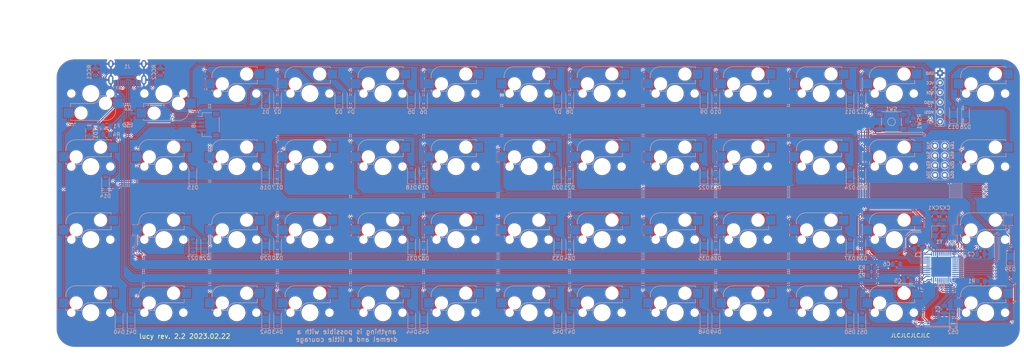
<source format=kicad_pcb>
(kicad_pcb (version 20221018) (generator pcbnew)
  (layers (0 "F.Cu" signal) (31 "B.Cu" signal) (34 "B.Paste" user) (35 "F.Paste" user) (36 "B.SilkS" user "B.Silkscreen") (37 "F.SilkS" user "F.Silkscreen") (38 "B.Mask" user) (39 "F.Mask" user) (44 "Edge.Cuts" user))
  (net 0 "")
  (net 1 "VCC")
  (net 2 "XTAL1")
  (net 3 "XTAL2")
  (net 4 "row1")
  (net 5 "row2")
  (net 6 "row3")
  (net 7 "D-")
  (net 8 "D+")
  (net 9 "col0")
  (net 10 "col3")
  (net 11 "col4")
  (net 12 "col5")
  (net 13 "col6")
  (net 14 "col7")
  (net 15 "col8")
  (net 16 "col9")
  (net 17 "col10")
  (net 18 "col11")
  (net 19 "Net-(J1-CC1)")
  (net 20 "VBUS")
  (net 22 "Net-(J1-CC2)")
  (net 23 "ISP_Reset")
  (net 24 "col12")
  (net 25 "GND")
  (net 27 "DBUS-")
  (net 28 "DBUS+")
  (net 29 "Net-(U3-UCAP)")
  (net 30 "Net-(D1-A)")
  (net 31 "Net-(D2-A)")
  (net 32 "Net-(D3-A)")
  (net 33 "Net-(D4-A)")
  (net 34 "Net-(LED1-A)")
  (net 35 "Net-(D5-A)")
  (net 36 "Net-(D6-A)")
  (net 37 "Net-(D7-A)")
  (net 38 "Net-(D8-A)")
  (net 39 "col2{slash}miso")
  (net 40 "row0{slash}mosi")
  (net 41 "col1{slash}sck")
  (net 42 "Net-(D9-A)")
  (net 43 "Net-(D10-A)")
  (net 44 "Net-(D11-A)")
  (net 45 "Net-(D12-A)")
  (net 46 "Net-(D13-A)")
  (net 47 "Net-(D14-A)")
  (net 48 "Net-(D15-A)")
  (net 49 "Net-(D16-A)")
  (net 50 "Net-(D17-A)")
  (net 51 "Net-(D18-A)")
  (net 52 "Net-(D19-A)")
  (net 53 "Net-(D20-A)")
  (net 54 "Net-(D21-A)")
  (net 55 "Net-(D22-A)")
  (net 56 "Net-(D23-A)")
  (net 57 "Net-(D24-A)")
  (net 58 "Net-(D25-A)")
  (net 59 "Net-(D26-A)")
  (net 60 "Net-(D27-A)")
  (net 61 "Net-(D28-A)")
  (net 62 "Net-(D29-A)")
  (net 63 "Net-(D30-A)")
  (net 64 "Net-(D31-A)")
  (net 65 "Net-(D32-A)")
  (net 66 "Net-(D33-A)")
  (net 67 "Net-(D34-A)")
  (net 68 "Net-(D35-A)")
  (net 69 "Net-(D36-A)")
  (net 70 "Net-(D37-A)")
  (net 71 "Net-(D38-A)")
  (net 72 "Net-(D39-A)")
  (net 73 "Net-(D40-A)")
  (net 74 "Net-(D41-A)")
  (net 75 "Net-(D42-A)")
  (net 76 "Net-(D43-A)")
  (net 77 "Net-(D44-A)")
  (net 78 "Net-(D45-A)")
  (net 79 "Net-(D46-A)")
  (net 80 "Net-(D47-A)")
  (net 81 "Net-(D48-A)")
  (net 82 "Net-(D49-A)")
  (net 83 "Net-(D50-A)")
  (net 84 "Net-(D51-A)")
  (net 85 "Net-(D52-A)")
  (net 86 "extra6")
  (net 87 "extra7")
  (net 90 "Net-(U3-~{HWB}{slash}PE2)")
  (net 92 "extra8")
  (net 93 "extra1")
  (net 94 "extra2")
  (net 95 "extra3")
  (net 96 "extra4")
  (net 97 "extra5")
  (footprint "MX_Only:MXOnly-1U-Hotswap" (layer "F.Cu") (at 124.990225 53.19395)
    (fp_text reference "MX3")
    (fp_text value "MX-NoLED")
  )
  (footprint "MX_Only:MXOnly-1U-Hotswap" (layer "F.Cu") (at 201.190225 53.19395)
    (fp_text reference "MX7")
    (fp_text value "MX-NoLED")
  )
  (footprint "MX_Only:MXOnly-1U-Hotswap" (layer "F.Cu") (at 182.140225 53.19395)
    (fp_text reference "MX6")
    (fp_text value "MX-NoLED")
  )
  (footprint "MX_Only:MXOnly-1U-Hotswap" (layer "F.Cu") (at 163.090225 53.19395)
    (fp_text reference "MX5")
    (fp_text value "MX-NoLED")
  )
  (footprint "MX_Only:MXOnly-1U-Hotswap" (layer "F.Cu") (at 86.890225 53.19395 180)
    (fp_text reference "MX1")
    (fp_text value "MX-NoLED")
  )
  (footprint "MX_Only:MXOnly-1U-Hotswap" (layer "F.Cu") (at 220.240225 53.19395)
    (fp_text reference "MX8")
    (fp_text value "MX-NoLED")
  )
  (footprint "MX_Only:MXOnly-1U-Hotswap" (layer "F.Cu") (at 239.290225 53.19395)
    (fp_text reference "MX9")
    (fp_text value "MX-NoLED")
  )
  (footprint "MX_Only:MXOnly-1U-Hotswap" (layer "F.Cu") (at 86.890225 72.24395)
    (fp_text reference "MX14")
    (fp_text value "MX-NoLED")
  )
  (footprint "MX_Only:MXOnly-1U-Hotswap" (layer "F.Cu") (at 105.940225 72.24395)
    (fp_text reference "MX15")
    (fp_text value "MX-NoLED")
  )
  (footprint "MX_Only:MXOnly-1U-Hotswap" (layer "F.Cu") (at 144.045399 72.24395)
    (fp_text reference "MX17")
    (fp_text value "MX-NoLED")
  )
  (footprint "MX_Only:MXOnly-1U-Hotswap" (layer "F.Cu") (at 277.390225 53.19395)
    (fp_text reference locked "MX11")
    (fp_text value "MX-NoLED")
  )
  (footprint "MX_Only:MXOnly-1U-Hotswap" (layer "F.Cu") (at 163.090225 72.24395)
    (fp_text reference "MX18")
    (fp_text value "MX-NoLED")
  )
  (footprint "MX_Only:MXOnly-1U-Hotswap" (layer "F.Cu") (at 182.140225 72.24395)
    (fp_text reference "MX19")
    (fp_text value "MX-NoLED")
  )
  (footprint "MX_Only:MXOnly-1U-Hotswap" (layer "F.Cu") (at 201.190225 72.24395)
    (fp_text reference "MX20")
    (fp_text value "MX-NoLED")
  )
  (footprint "MX_Only:MXOnly-1U-Hotswap" (layer "F.Cu") (at 105.940225 110.34395)
    (fp_text reference "MX41")
    (fp_text value "MX-NoLED")
  )
  (footprint "MX_Only:MXOnly-1U-Hotswap" (layer "F.Cu") (at 124.990225 110.34395)
    (fp_text reference "MX42")
    (fp_text value "MX-NoLED")
  )
  (footprint "MX_Only:MXOnly-1U-Hotswap" (layer "F.Cu") (at 144.040225 110.34395)
    (fp_text reference locked "MX43")
    (fp_text value "MX-NoLED")
  )
  (footprint "MX_Only:MXOnly-1U-Hotswap" (layer "F.Cu") (at 163.090225 110.34395)
    (fp_text reference locked "MX44")
    (fp_text value "MX-NoLED")
  )
  (footprint "MX_Only:MXOnly-1U-Hotswap" (layer "F.Cu") (at 182.140225 110.34395)
    (fp_text reference "MX45")
    (fp_text value "MX-NoLED")
  )
  (footprint "MX_Only:MXOnly-1U-Hotswap" (layer "F.Cu") (at 220.240225 110.34395)
    (fp_text reference "MX47")
    (fp_text value "MX-NoLED")
  )
  (footprint "MX_Only:MXOnly-1U-Hotswap" (layer "F.Cu") (at 239.290225 110.34395)
    (fp_text reference "MX48")
    (fp_text value "MX-NoLED")
  )
  (footprint "MX_Only:MXOnly-1U-Hotswap" (layer "F.Cu") (at 258.340225 110.34395)
    (fp_text reference "MX49")
    (fp_text value "MX-NoLED")
  )
  (footprint "MX_Only:MXOnly-1U-Hotswap" (layer "F.Cu") (at 277.390225 110.34395)
    (fp_text reference "MX50")
    (fp_text value "MX-NoLED")
  )
  (footprint "MX_Only:MXOnly-1U-Hotswap" (layer "F.Cu") (at 201.190225 110.34395)
    (fp_text reference "MX46")
    (fp_text value "MX-NoLED")
  )
  (footprint "MX_Only:MXOnly-1U-Hotswap" (layer "F.Cu") (at 277.390225 91.29395)
    (fp_text reference locked "MX37")
    (fp_text value "MX-NoLED")
  )
  (footprint "MX_Only:MXOnly-1U-Hotswap" (layer "F.Cu") (at 258.340225 91.29395)
    (fp_text reference "MX36")
    (fp_text value "MX-NoLED")
  )
  (footprint "MX_Only:MXOnly-1U-Hotswap" (layer "F.Cu") (at 220.240225 91.29395)
    (fp_text reference "MX34")
    (fp_text value "MX-NoLED")
  )
  (footprint "MX_Only:MXOnly-1U-Hotswap" (layer "F.Cu") (at 182.140225 91.29395)
    (fp_text reference "MX32")
    (fp_text value "MX-NoLED")
  )
  (footprint "MX_Only:MXOnly-1U-Hotswap" (layer "F.Cu") (at 144.040225 91.29395)
    (fp_text reference "MX30")
    (fp_text value "MX-NoLED")
  )
  (footprint "MX_Only:MXOnly-1U-Hotswap" (layer "F.Cu") (at 86.890225 91.29395)
    (fp_text reference "MX27")
    (fp_text value "MX-NoLED")
  )
  (footprint "MX_Only:MXOnly-1U-Hotswap" (layer "F.Cu") (at 163.090225 91.29395)
    (fp_text reference "MX31")
    (fp_text value "MX-NoLED")
  )
  (footprint "MX_Only:MXOnly-1U-Hotswap" (layer "F.Cu") (at 296.440225 72.24395)
    (fp_text reference "MX25")
    (fp_text value "MX-NoLED")
  )
  (footprint "MX_Only:MXOnly-1U-Hotswap" (layer "F.Cu") (at 124.990225 91.29395)
    (fp_text reference "MX29")
    (fp_text value "MX-NoLED")
  )
  (footprint "MX_Only:MXOnly-1U-Hotswap" (layer "F.Cu") (at 105.940225 91.29395)
    (fp_text reference "MX28")
    (fp_text value "MX-NoLED")
  )
  (footprint "MX_Only:MXOnly-1U-Hotswap" (layer "F.Cu") (at 258.340225 72.24395)
    (fp_text reference locked "MX23")
    (fp_text value "MX-NoLED")
  )
  (footprint "MX_Only:MXOnly-1U-Hotswap" (layer "F.Cu") (at 239.290225 72.24395)
    (fp_text reference "MX22")
    (fp_text value "MX-NoLED")
  )
  (footprint "MX_Only:MXOnly-1U-Hotswap" (layer "F.Cu") (at 277.390225 72.24395)
    (fp_text reference "MX24")
    (fp_text value "MX-NoLED")
  )
  (footprint "MX_Only:MXOnly-1U-Hotswap" (layer "F.Cu") (at 296.440225 110.34395)
    (fp_text reference "MX51")
    (fp_text value "MX-NoLED")
  )
  (footprint "MX_Only:MXOnly-1U-Hotswap" (layer "F.Cu") (at 296.440225 91.29395)
    (fp_text reference "MX38")
    (fp_text value "MX-NoLED")
  )
  (footprint "MX_Only:MXOnly-1U-Hotswap" (layer "F.Cu") (at 296.440225 53.19395)
    (fp_text reference "MX12")
    (fp_text value "MX-NoLED")
  )
  (footprint "MX_Only:MXOnly-1U-Hotswap" (layer "F.Cu") (at 105.940225 53.19395 180)
    (fp_text reference "MX2")
    (fp_text value "MX-NoLED")
  )
  (footprint "MX_Only:MXOnly-1U-Hotswap" (layer "F.Cu") (at 144.040225 53.19395)
    (fp_text reference "MX4")
    (fp_text value "MX-NoLED")
  )
  (footprint "MX_Only:MXOnly-1U-Hotswap" (layer "F.Cu") (at 320.252785 110.34423)
    (fp_text reference "MX52")
    (fp_text value "MX-NoLED")
  )
  (footprint "MX_Only:MXOnly-1U-Hotswap" (layer "F.Cu") (at 320.252785 91.29415)
    (fp_text reference "MX39")
    (fp_text value "MX-NoLED")
  )
  (footprint "MX_Only:MXOnly-1U-Hotswap" (layer "F.Cu") (at 201.190225 91.29395)
    (fp_text reference "MX33")
    (fp_text value "MX-NoLED")
  )
  (footprint "MX_Only:MXOnly-1U-Hotswap" (layer "F.Cu") (at 239.290225 91.29395)
    (fp_text reference "MX35")
    (fp_text value "MX-NoLED")
  )
  (footprint "MX_Only:MXOnly-1U-Hotswap" (layer "F.Cu") (at 86.890225 110.34395)
    (fp_text reference "MX40")
    (fp_text value "MX-NoLED")
  )
  (footprint "MX_Only:MXOnly-1U-Hotswap" (layer "F.Cu") (at 258.340225 53.19395)
    (fp_text reference "MX10")
    (fp_text value "MX-NoLED")
  )
  (footprint "MX_Only:MXOnly-1U-Hotswap" (layer "F.Cu") (at 124.990225 72.24395)
    (fp_text reference "MX16")
    (fp_text value "MX-NoLED")
  )
  (footprint "MX_Only:MXOnly-1U-Hotswap" (layer "F.Cu") (at 220.240225 72.24395)
    (fp_text reference "MX21")
    (fp_text value "MX-NoLED")
  )
  (footprint "MX_Only:MXOnly-1U-Hotswap" (layer "F.Cu") (at 320.252725 53.19395)
    (fp_text reference "MX13")
    (fp_text value "MX-NoLED")
  )
  (footprint "MX_Only:MXOnly-1U-Hotswap" (layer "F.Cu") (at 320.252921 72.243966)
    (fp_text reference "MX26")
    (fp_text value "MX-NoLED")
  )
  (footprint "Capacitor_SMD:C_0805_2012Metric" (layer "B.Cu") (at 309.490225 109.49395 -90)
    (fp_text reference "C1")
    (fp_text value ".1uF")
  )
  (footprint "Diode_SMD:D_SOD-123" (layer "B.Cu") (at 116.590225 92.79395 90)
    (fp_text reference "D28")
    (fp_text value "D_Small")
  )
  (footprint "Diode_SMD:D_SOD-123" (layer "B.Cu") (at 208.590225 74.39395 90)
    (fp_text reference "D20")
    (fp_text value "D_Small")
  )
  (footprint "Diode_SMD:D_SOD-123" (layer "B.Cu") (at 170.490225 74.39395 90)
    (fp_text reference "D18")
    (fp_text value "D_Small")
  )
  (footprint "Diode_SMD:D_SOD-123" (layer "B.Cu") (at 135.581415 74.39395 90)
    (fp_text reference "D17")
    (fp_text value "D_Small")
  )
  (footprint "Diode_SMD:D_SOD-123" (layer "B.Cu") (at 113.490225 74.39395 90)
    (fp_text reference "D15")
    (fp_text value "D_Small")
  )
  (footprint "Diode_SMD:D_SOD-123" (layer "B.Cu") (at 284.890625 54.65625 90)
    (fp_text reference "D11")
    (fp_text value "D_Small")
  )
  (footprint "Diode_SMD:D_SOD-123" (layer "B.Cu") (at 249.881415 54.65625 90)
    (fp_text reference "D10")
    (fp_text value "D_Small")
  )
  (footprint "Diode_SMD:D_SOD-123" (layer "B.Cu") (at 211.781415 54.65625 90)
    (fp_text reference "D8")
    (fp_text value "D_Small")
  )
  (footprint "Diode_SMD:D_SOD-123" (layer "B.Cu") (at 208.681415 54.65625 90)
    (fp_text reference "D7")
    (fp_text value "D_Small")
  )
  (footprint "Diode_SMD:D_SOD-123" (layer "B.Cu") (at 173.651789 54.683377 90)
    (fp_text reference "D6")
    (fp_text value "D_Small")
  )
  (footprint "Diode_SMD:D_SOD-123" (layer "B.Cu") (at 170.476789 54.683377 90)
    (fp_text reference "D5")
    (fp_text value "D_Small")
  )
  (footprint "Diode_SMD:D_SOD-123" (layer "B.Cu") (at 154.751789 54.65625 90)
    (fp_text reference "D4")
    (fp_text value "D_Small")
  )
  (footprint "Diode_SMD:D_SOD-123" (layer "B.Cu") (at 287.990625 112.1 90)
    (fp_text reference "D51")
    (fp_text value "D_Small")
  )
  (footprint "Diode_SMD:D_SOD-123" (layer "B.Cu") (at 284.890625 112.1 90)
    (fp_text reference "D50")
    (fp_text value "D_Small")
  )
  (footprint "Diode_SMD:D_SOD-123" (layer "B.Cu") (at 249.890625 112.063123 90)
    (fp_text reference "D49")
    (fp_text value "D_Small")
  )
  (footprint "Diode_SMD:D_SOD-123" (layer "B.Cu") (at 246.790625 112.05625 90)
    (fp_text reference "D48")
    (fp_text value "D_Small")
  )
  (footprint "Diode_SMD:D_SOD-123" (layer "B.Cu") (at 211.783999 112.05625 90)
    (fp_text reference "D47")
    (fp_text value "D_Small")
  )
  (footprint "Diode_SMD:D_SOD-123" (layer "B.Cu") (at 208.7 112.05625 90)
    (fp_text reference "D46")
    (fp_text value "D_Small")
  )
  (footprint "Diode_SMD:D_SOD-123" (layer "B.Cu") (at 211.790625 92.85625 90)
    (fp_text reference "D34")
    (fp_text value "D_Small")
  )
  (footprint "Diode_SMD:D_SOD-123" (layer "B.Cu") (at 284.890625 74.39395 90)
    (fp_text reference "D24")
    (fp_text value "D_Small")
  )
  (footprint "Diode_SMD:D_SOD-123" (layer "B.Cu") (at 208.690625 92.85625 90)
    (fp_text reference "D33")
    (fp_text value "D_Small")
  )
  (footprint "Diode_SMD:D_SOD-123" (layer "B.Cu") (at 170.585999 92.85625 90)
    (fp_text reference "D31")
    (fp_text value "D_Small")
  )
  (footprint "Diode_SMD:D_SOD-123" (layer "B.Cu") (at 132.490225 92.79395 90)
    (fp_text reference "D29")
    (fp_text value "D_Small")
  )
  (footprint "Diode_SMD:D_SOD-123" (layer "B.Cu") (at 287.990625 74.39395 90)
    (fp_text reference "D25")
    (fp_text value "D_Small")
  )
  (footprint "Diode_SMD:D_SOD-123" (layer "B.Cu") (at 284.890625 92.85625 90)
    (fp_text reference "D37")
    (fp_text value "D_Small")
  )
  (footprint "Diode_SMD:D_SOD-123" (layer "B.Cu") (at 249.890625 92.85625 90)
    (fp_text reference "D36")
    (fp_text value "D_Small")
  )
  (footprint "Diode_SMD:D_SOD-123" (layer "B.Cu") (at 246.790625 92.85625 90)
    (fp_text reference "D35")
    (fp_text value "D_Small")
  )
  (footprint "Diode_SMD:D_SOD-123" (layer "B.Cu") (at 173.690625 112.05625 90)
    (fp_text reference "D45")
    (fp_text value "D_Small")
  )
  (footprint "Diode_SMD:D_SOD-123" (layer "B.Cu") (at 151.576789 54.65625 90)
    (fp_text reference "D3")
    (fp_text value "D_Small")
  )
  (footprint "Diode_SMD:D_SOD-123" (layer "B.Cu") (at 211.690225 74.39395 90)
    (fp_text reference "D21")
    (fp_text value "D_Small")
  )
  (footprint "acheron_Connectors:PinHeader_1x6_P2.54mm_Vertical" (layer "B.Cu") (at 308.372134 54.173483 180)
    (fp_text reference "J2" hide)
    (fp_text value "AVR-ISP-6_mod" hide)
  )
  (footprint "Diode_SMD:D_SOD-123" (layer "B.Cu") (at 287.990625 54.65625 90)
    (fp_text reference "D12")
    (fp_text value "D_Small")
  )
  (footprint "Diode_SMD:D_SOD-123" (layer "B.Cu") (at 311.790625 112.1 90)
    (fp_text reference "D52")
    (fp_text value "D_Small")
  )
  (footprint "Diode_SMD:D_SOD-123" (layer "B.Cu") (at 315 58.59395 90)
    (fp_text reference "D26")
    (fp_text value "D_Small")
  )
  (footprint "Diode_SMD:D_SOD-123" (layer "B.Cu") (at 326.690225 95.69395 90)
    (fp_text reference "D39")
    (fp_text value "D_Small")
  )
  (footprint "random-keyboard-parts:SKQG-1155865" (layer "B.Cu") (at 295.7004 60.55 180)
    (fp_text reference "SW1")
    (fp_text value "SW_PUSH")
  )
  (footprint "Capacitor_SMD:C_0805_2012Metric" (layer "B.Cu") (at 302.690225 93.675 180)
    (fp_text reference "C3")
    (fp_text value ".1uF")
  )
  (footprint "Capacitor_SMD:C_0805_2012Metric" (layer "B.Cu") (at 309.275 85.225 90)
    (fp_text reference "CX2")
    (fp_text value "22pF")
  )
  (footprint "Capacitor_SMD:C_0805_2012Metric" (layer "B.Cu") (at 307.075 85.225 90)
    (fp_text reference "CX1")
    (fp_text value "22pF")
  )
  (footprint "Crystal:Crystal_SMD_3225-4Pin_3.2x2.5mm" (layer "B.Cu") (at 308.175 89.375)
    (fp_text reference "Y1")
    (fp_text value "16MHz")
  )
  (footprint "Fuse:Fuse_0805_2012Metric_Pad1.15x1.40mm_HandSolder" (layer "B.Cu") (at 91 61.7)
    (fp_text reference "F1")
    (fp_text value ".5A")
  )
  (footprint "acheron_Connectors:TYPE-C-31-M-12" (layer "B.Cu") (at 96.415217 51.1225)
    (fp_text reference "J1")
    (fp_text value "TYPE-C-31-M12_13")
  )
  (footprint "Resistor_SMD:R_0805_2012Metric" (layer "B.Cu") (at 290.475 98.625 180)
    (fp_text reference "R3")
    (fp_text value "22")
  )
  (footprint "Resistor_SMD:R_0805_2012Metric" (layer "B.Cu") (at 88.1 47.6 -90)
    (fp_text reference "RCC1")
    (fp_text value "5.1k")
  )
  (footprint "Resistor_SMD:R_0805_2012Metric" (layer "B.Cu") (at 91 63.9 180)
    (fp_text reference "R4")
    (fp_text value "1k")
  )
  (footprint "LED_SMD:LED_0805_2012Metric_Pad1.15x1.40mm_HandSolder" (layer "B.Cu") (at 86.5 63.2 90)
    (fp_text reference "LED1")
    (fp_text value "LED")
  )
  (footprint "Diode_SMD:D_SOD-123" (layer "B.Cu") (at 135.590625 112.05625 90)
    (fp_text reference "D43")
    (fp_text value "D_Small")
  )
  (footprint "Diode_SMD:D_SOD-123" (layer "B.Cu") (at 132.490625 112.063123 90)
    (fp_text reference "D42")
    (fp_text value "D_Small")
  )
  (footprint "Capacitor_SMD:C_0805_2012Metric" (layer "B.Cu") (at 318.990225 95.09395)
    (fp_text reference "C2")
    (fp_text value ".1uF")
  )
  (footprint "Resistor_SMD:R_0805_2012Metric" (layer "B.Cu") (at 290.475 100.625 180)
    (fp_text reference "R2")
    (fp_text value "22")
  )
  (footprint "Capacitor_SMD:C_0805_2012Metric" (layer "B.Cu") (at 299.9 102 180)
    (fp_text reference "C5")
    (fp_text value "10uF")
  )
  (footprint "Capacitor_SMD:C_0805_2012Metric" (layer "B.Cu") (at 296.990225 97.69395 180)
    (fp_text reference "C6")
    (fp_text value "1uF")
  )
  (footprint "Resistor_SMD:R_0805_2012Metric" (layer "B.Cu") (at 319.090225 102.09395 180)
    (fp_text reference "R1")
    (fp_text value "10k")
  )
  (footprint "Diode_SMD:D_SOD-123" (layer "B.Cu") (at 90.7 76.6 90)
    (fp_text reference "D14")
    (fp_text value "D_Small")
  )
  (footprint "Diode_SMD:D_SOD-123" (layer "B.Cu") (at 94.290225 112.09395 90)
    (fp_text reference "D40")
    (fp_text value "D_Small")
  )
  (footprint "Diode_SMD:D_SOD-123" (layer "B.Cu") (at 97.390225 112.09395 90)
    (fp_text reference "D41")
    (fp_text value "D_Small")
  )
  (footprint "Diode_SMD:D_SOD-123" (layer "B.Cu") (at 170.590625 112.05625 90)
    (fp_text reference "D44")
    (fp_text value "D_Small")
  )
  (footprint "Diode_SMD:D_SOD-123" (layer "B.Cu") (at 135.590225 92.79395 90)
    (fp_text reference "D30")
    (fp_text value "D_Small")
  )
  (footprint "Diode_SMD:D_SOD-123" (layer "B.Cu") (at 173.65 92.85625 90)
    (fp_text reference "D32")
    (fp_text value "D_Small")
  )
  (footprint "Diode_SMD:D_SOD-123" (layer "B.Cu") (at 287.990625 92.85625 90)
    (fp_text reference "D38")
    (fp_text value "D_Small")
  )
  (footprint "Diode_SMD:D_SOD-123" (layer "B.Cu") (at 113.490225 92.79395 90)
    (fp_text reference "D27")
    (fp_text value "D_Small")
  )
  (footprint "Diode_SMD:D_SOD-123" (layer "B.Cu") (at 135.581415 54.65625 90)
    (fp_text reference "D2")
    (fp_text value "D_Small")
  )
  (footprint "Diode_SMD:D_SOD-123" (layer "B.Cu") (at 311.85 58.59395 90)
    (fp_text reference "D13")
    (fp_text value "D_Small")
  )
  (footprint "Diode_SMD:D_SOD-123" (layer "B.Cu") (at 246.781415 54.65625 90)
    (fp_text reference "D9")
    (fp_text value "D_Small")
  )
  (footprint "Diode_SMD:D_SOD-123" (layer "B.Cu") (at 132.490625 54.64995 90)
    (fp_text reference "D1")
    (fp_text value "D_Small")
  )
  (footprint "Resistor_SMD:R_0805_2012Metric" (layer "B.Cu") (at 301.340625 60.525 90)
    (fp_text reference "RSW1")
    (fp_text value "10k")
  )
  (footprint "Diode_SMD:D_SOD-123" (layer "B.Cu") (at 249.881415 74.39395 90)
    (fp_text reference "D23")
    (fp_text value "D_Small")
  )
  (footprint "Diode_SMD:D_SOD-123" (layer "B.Cu") (at 246.781415 74.39395 90)
    (fp_text reference "D22")
    (fp_text value "D_Small")
  )
  (footprint "Diode_SMD:D_SOD-123" (layer "B.Cu") (at 173.590225 74.39395 90)
    (fp_text reference "D19")
    (fp_text value "D_Small")
  )
  (footprint "Diode_SMD:D_SOD-123" (layer "B.Cu") (at 132.431415 74.39395 90)
    (fp_text reference "D16")
    (fp_text value "D_Small")
  )
  (footprint "Resistor_SMD:R_0805_2012Metric" (layer "B.Cu") (at 105 47.6 -90)
    (fp_text reference "RCC2")
    (fp_text value "5.1k")
  )
  (footprint "Package_TO_SOT_SMD:SOT-143" (layer "B.Cu") (at 96.490625 59.1 180)
    (fp_text reference "U2")
    (fp_text value "PRTR5V0U2X")
  )
  (footprint "Package_DFN_QFN:QFN-44-1EP_7x7mm_P0.5mm_EP5.2x5.2mm" (layer "B.Cu") (at 308.6625 98.375)
    (fp_text reference "U3")
    (fp_text value "ATmega32U4-M")
  )
  (footprint "Connector_PinHeader_2.54mm:PinHeader_2x04_P2.54mm_Vertical" (layer "B.Cu") (at 309.6 66.825 180)
    (fp_text reference "J3")
    (fp_text value "Conn_01x08")
  )
  (footprint "Connector_JST:JST_SH_SM04B-SRSS-TB_1x04-1MP_P1.00mm_Horizontal" (layer "B.Cu") (at 117.7 61.3 -90)
    (fp_text reference "J8")
    (fp_text value "4PIN")
  )
  (gr_arc (start 324.420112 44.264255) (mid 327.787711 45.65916) (end 329.182616 49.026759) (stroke (width 0.05)) (layer "Edge.Cuts"))
  (gr_arc (start 329.182616 114.511189) (mid 327.787711 117.878788) (end 324.420112 119.273693) (stroke (width 0.05)) (layer "Edge.Cuts"))
  (gr_arc (start 77.96053 49.026759) (mid 79.355435 45.65916) (end 82.723034 44.264255) (stroke (width 0.05)) (layer "Edge.Cuts"))
  (gr_line (start 329.182616 49.026759) (end 329.182616 114.511189) (stroke (width 0.05)) (layer "Edge.Cuts"))
  (gr_arc (start 82.723034 119.273693) (mid 79.355435 117.878788) (end 77.96053 114.511189) (stroke (width 0.05)) (layer "Edge.Cuts"))
  (gr_line (start 82.723034 119.273693) (end 324.420112 119.273693) (stroke (width 0.05)) (layer "Edge.Cuts"))
  (gr_line (start 324.420112 44.264255) (end 82.723034 44.264255) (stroke (width 0.05)) (layer "Edge.Cuts"))
  (gr_line (start 77.96053 114.511189) (end 77.96053 49.026759) (stroke (width 0.05)) (layer "Edge.Cuts"))
  (gr_text "anything is possible with a\ndremel and a little courage" (at 153.590225 116.29395) (layer "B.SilkS") (effects (font (size 1.25 1.25) (thickness 0.2)) (justify mirror)))
  (gr_text "JLCJLCJLCJLC" (at 300.632625 116.284314) (layer "F.SilkS") (effects (font (size 1 1))))
  (gr_text "lucy rev. 2.2 2023.02.22" (at 111.38288 116.5) (layer "F.SilkS") (effects (font (size 1.25 1.25) (thickness 0.2))))
  (segment (start 303.725 94.190225) (end 305.065225 92.85) (width 0.4) (layer "F.Cu") (net 1))
  (segment (start 301.027658 82.822342) (end 301.016151 82.833849) (width 0.4) (layer "F.Cu") (net 1))
  (segment (start 290.383849 82.833849) (end 289.700225 82.150225) (width 0.4) (layer "F.Cu") (net 1))
  (segment (start 301.027658 82.822342) (end 304.990225 86.78491) (width 0.4) (layer "F.Cu") (net 1))
  (segment (start 289.700225 81.975) (end 289.700225 59.049775) (width 0.4) (layer "F.Cu") (net 1))
  (segment (start 303.725 102.25) (end 304.625 103.15) (width 0.4) (layer "F.Cu") (net 1))
  (segment (start 304.725 103.15) (end 312.025 103.15) (width 0.4) (layer "F.Cu") (net 1))
  (segment (start 316.4 93.325) (end 315.45 94.275) (width 0.4) (layer "F.Cu") (net 1))
  (segment (start 315.45 94.275) (end 306.490225 94.275) (width 0.4) (layer "F.Cu") (net 1))
  (segment (start 304.990225 86.78491) (end 304.990225 92.775) (width 0.4) (layer "F.Cu") (net 1))
  (segment (start 94.1 62.2) (end 94.1 65.252297) (width 0.4) (layer "F.Cu") (net 1))
  (segment (start 317.9 93.325) (end 316.4 93.325) (width 0.4) (layer "F.Cu") (net 1))
  (segment (start 94.1 65.252297) (end 94.052297 65.3) (width 0.4) (layer "F.Cu") (net 1))
  (segment (start 94.7 61.6) (end 94.1 62.2) (width 0.4) (layer "F.Cu") (net 1))
  (segment (start 306.490225 94.275) (end 305.065225 92.85) (width 0.4) (layer "F.Cu") (net 1))
  (segment (start 289.700225 82.150225) (end 289.700225 81.975) (width 0.4) (layer "F.Cu") (net 1))
  (segment (start 308.372134 50.363483) (end 305.825 52.910617) (width 0.4) (layer "F.Cu") (net 1))
  (segment (start 305.825 52.910617) (end 305.825 59.65) (width 0.4) (layer "F.Cu") (net 1))
  (segment (start 290.383849 82.833849) (end 301.016151 82.833849) (width 0.4) (layer "F.Cu") (net 1))
  (segment (start 100.7 60.5) (end 99.6 61.6) (width 0.4) (layer "F.Cu") (net 1))
  (segment (start 108.2 59.8) (end 107.5 60.5) (width 0.4) (layer "F.Cu") (net 1))
  (segment (start 303.725 102.25) (end 303.725 94.190225) (width 0.4) (layer "F.Cu") (net 1))
  (segment (start 304.625 103.15) (end 304.725 103.15) (width 0.4) (layer "F.Cu") (net 1))
  (segment (start 289.700225 59.049775) (end 290.225 58.525) (width 0.4) (layer "F.Cu") (net 1))
  (segment (start 107.5 60.5) (end 100.7 60.5) (width 0.4) (layer "F.Cu") (net 1))
  (segment (start 99.6 61.6) (end 94.7 61.6) (width 0.4) (layer "F.Cu") (net 1))
  (segment (start 304.990225 92.775) (end 305.065225 92.85) (width 0.4) (layer "F.Cu") (net 1))
  (via (at 290.225 58.525) (size 0.9) (drill 0.5) (layers "F.Cu" "B.Cu") (net 1))
  (via (at 305.065225 92.85) (size 0.9) (drill 0.5) (layers "F.Cu" "B.Cu") (net 1))
  (via (at 312.025 103.15) (size 0.9) (drill 0.5) (layers "F.Cu" "B.Cu") (net 1))
  (via (at 108.2 59.8) (size 0.9) (drill 0.5) (layers "F.Cu" "B.Cu") (net 1))
  (via (at 317.9 93.325) (size 0.9) (drill 0.5) (layers "F.Cu" "B.Cu") (net 1))
  (via (at 305.825 59.65) (size 0.9) (drill 0.5) (layers "F.Cu" "B.Cu") (net 1))
  (via (at 303.725 102.25) (size 0.9) (drill 0.5) (layers "F.Cu" "B.Cu") (net 1))
  (via (at 94.052297 65.3) (size 0.9) (drill 0.5) (layers "F.Cu" "B.Cu") (net 1))
  (via (at 303.725 100.5795) (size 0.9) (drill 0.5) (layers "F.Cu" "B.Cu") (net 1))
  (segment (start 306.1625 101.7125) (end 305.1125 101.7125) (width 0.25) (layer "B.Cu") (net 1))
  (segment (start 318.040225 93.465225) (end 317.9 93.325) (width 0.4) (layer "B.Cu") (net 1))
  (segment (start 94.990225 100.990225) (end 96.934909 102.934909) (width 0.4) (layer "B.Cu") (net 1))
  (segment (start 316.78105 95.09395) (end 315.5 96.375) (width 0.25) (layer "B.Cu") (net 1))
  (segment (start 309.490225 107.809775) (end 312.025 105.275) (width 0.4) (layer "B.Cu") (net 1))
  (segment (start 312 96.375) (end 315.5 96.375) (width 0.25) (layer "B.Cu") (net 1))
  (segment (start 303.875 93.675) (end 306.8875 93.675) (width 0.25) (layer "B.Cu") (net 1))
  (segment (start 305.065225 92.85) (end 304.465225 92.85) (width 0.4) (layer "B.Cu") (net 1))
  (segment (start 309.490225 108.54395) (end 309.490225 107.809775) (width 0.4) (layer "B.Cu") (net 1))
  (segment (start 311.1625 101.7125) (end 311.1625 102.2875) (width 0.25) (layer "B.Cu") (net 1))
  (segment (start 115.7 59.8) (end 108.2 59.8) (width 0.4) (layer "B.Cu") (net 1))
  (segment (start 299.75 103.1) (end 297.285571 103.1) (width 0.4) (layer "B.Cu") (net 1))
  (segment (start 89.975 63.875) (end 90 63.9) (width 0.4) (layer "B.Cu") (net 1))
  (segment (start 301.378125 59.65) (end 301.340625 59.6125) (width 0.4) (layer "B.Cu") (net 1))
  (segment (start 303.725 102.25) (end 304.575 102.25) (width 0.25) (layer "B.Cu") (net 1))
  (segment (start 297.285571 103.1) (end 297.12048 102.934909) (width 0.4) (layer "B.Cu") (net 1))
  (segment (start 290.225 58.525) (end 291.97 56.78) (width 0.4) (layer "B.Cu") (net 1))
  (segment (start 301.340625 57.740625) (end 301.340625 59.6125) (width 0.4) (layer "B.Cu") (net 1))
  (segment (start 89.975 61.7) (end 89.975 63.875) (width 0.4) (layer "B.Cu") (net 1))
  (segment (start 303.9295 100.375) (end 303.725 100.5795) (width 0.25) (layer "B.Cu") (net 1))
  (segment (start 300.38 56.78) (end 301.340625 57.740625) (width 0.4) (layer "B.Cu") (net 1))
  (segment (start 312.025 105.275) (end 312.025 103.15) (width 0.4) (layer "B.Cu") (net 1))
  (segment (start 94.052297 65.3) (end 94.990225 66.237928) (width 0.4) (layer "B.Cu") (net 1))
  (segment (start 318.040225 95.09395) (end 318.040225 93.465225) (width 0.4) (layer "B.Cu") (net 1))
  (segment (start 304.575 102.25) (end 305.1125 101.7125) (width 0.25) (layer "B.Cu") (net 1))
  (segment (start 94.990225 66.237928) (end 94.990225 100.990225) (width 0.4) (layer "B.Cu") (net 1))
  (segment (start 304.465225 92.85) (end 303.640225 93.675) (width 0.4) (layer "B.Cu") (net 1))
  (segment (start 90 63.9) (end 91.4 65.3) (width 0.4) (layer "B.Cu") (net 1))
  (segment (start 311.1625 102.2875) (end 312.025 103.15) (width 0.25) (layer "B.Cu") (net 1))
  (segment (start 91.4 65.3) (end 94.052297 65.3) (width 0.4) (layer "B.Cu") (net 1))
  (segment (start 300.85 102.25) (end 303.725 102.25) (width 0.4) (layer "B.Cu") (net 1))
  (segment (start 300.85 102) (end 299.75 103.1) (width 0.4) (layer "B.Cu") (net 1))
  (segment (start 306.8875 93.675) (end 307.1625 93.95) (width 0.25) (layer "B.Cu") (net 1))
  (segment (start 318.040225 95.09395) (end 316.78105 95.09395) (width 0.25) (layer "B.Cu") (net 1))
  (segment (start 298.525 56.78) (end 300.38 56.78) (width 0.4) (layer "B.Cu") (net 1))
  (segment (start 291.97 56.78) (end 298.525 56.78) (width 0.4) (layer "B.Cu") (net 1))
  (segment (start 96.934909 102.934909) (end 297.12048 102.934909) (width 0.4) (layer "B.Cu") (net 1))
  (segment (start 305.325 100.375) (end 303.9295 100.375) (width 0.25) (layer "B.Cu") (net 1))
  (segment (start 307.1625 93.95) (end 307.1625 95.0375) (width 0.25) (layer "B.Cu") (net 1))
  (segment (start 305.825 59.65) (end 301.378125 59.65) (width 0.4) (layer "B.Cu") (net 1))
  (segment (start 310.375 89.6) (end 310.375 87.275) (width 0.25) (layer "B.Cu") (net 2))
  (segment (start 309.275 90.225) (end 309.75 90.225) (width 0.25) (layer "B.Cu") (net 2))
  (segment (start 309.275 92.4125) (end 308.6625 93.025) (width 0.25) (layer "B.Cu") (net 2))
  (segment (start 309.75 90.225) (end 310.375 89.6) (width 0.25) (layer "B.Cu") (net 2))
  (segment (start 309.275 90.225) (end 309.275 92.4125) (width 0.25) (layer "B.Cu") (net 2))
  (segment (start 308.6625 95.0375) (end 308.6625 93.025) (width 0.25) (layer "B.Cu") (net 2))
  (segment (start 310.375 87.275) (end 309.275 86.175) (width 0.25) (layer "B.Cu") (net 2))
  (segment (start 307.075 88.525) (end 306.1 89.5) (width 0.25) (layer "B.Cu") (net 3))
  (segment (start 306.1 90.975) (end 308.1625 93.0375) (width 0.25) (layer "B.Cu") (net 3))
  (segment (start 307.075 86.175) (end 307.075 88.525) (width 0.25) (layer "B.Cu") (net 3))
  (segment (start 308.1625 93.0375) (end 308.1625 95.0375) (width 0.25) (layer "B.Cu") (net 3))
  (segment (start 306.1 89.5) (end 306.1 90.975) (width 0.25) (layer "B.Cu") (net 3))
  (segment (start 326.963266 80.173041) (end 326.963266 89.535639) (width 0.25) (layer "F.Cu") (net 4))
  (segment (start 326.963266 80.173041) (end 326.963069 80.173041) (width 0.25) (layer "F.Cu") (net 4))
  (segment (start 326.850738 113.85299) (end 302.529712 113.85299) (width 0.25) (layer "F.Cu") (net 4))
  (segment (start 98 76.1) (end 92.7 76.1) (width 0.25) (layer "F.Cu") (net 4))
  (segment (start 302.529712 113.85299) (end 301.540225 112.863503) (width 0.25) (layer "F.Cu") (net 4))
  (segment (start 324.700225 95.107402) (end 324.700225 99.600225) (width 0.25) (layer "F.Cu") (net 4))
  (segment (start 301.540225 112.863503) (end 301.540225 112.69395) (width 0.25) (layer "F.Cu") (net 4))
  (segment (start 327.345225 92.462402) (end 324.700225 95.107402) (width 0.25) (layer "F.Cu") (net 4))
  (segment (start 327.345225 89.917598) (end 327.345225 92.462402) (width 0.25) (layer "F.Cu") (net 4))
  (segment (start 324.700225 99.600225) (end 327.720866 102.620866) (width 0.25) (layer "F.Cu") (net 4))
  (segment (start 326.963266 89.535639) (end 327.345225 89.917598) (width 0.25) (layer "F.Cu") (net 4))
  (segment (start 327.720866 102.620866) (end 327.720866 112.982862) (width 0.25) (layer "F.Cu") (net 4))
  (segment (start 327.720866 112.982862) (end 326.850738 113.85299) (width 0.25) (layer "F.Cu") (net 4))
  (segment (start 323.772028 76.982) (end 326.963069 80.173041) (width 0.25) (layer "F.Cu") (net 4))
  (segment (start 323.772028 76.982) (end 320.375 76.982) (width 0.25) (layer "F.Cu") (net 4))
  (via (at 98 76.1) (size 0.65) (drill 0.35) (layers "F.Cu" "B.Cu") (net 4))
  (via (at 320.375 76.982) (size 0.65) (drill 0.35) (layers "F.Cu" "B.Cu") (net 4))
  (via (at 301.540225 112.69395) (size 0.65) (drill 0.35) (layers "F.Cu" "B.Cu") (net 4))
  (via (at 92.7 76.1) (size 0.65) (drill 0.35) (layers "F.Cu" "B.Cu") (net 4))
  (segment (start 248.090225 74.25276) (end 249.881415 76.04395) (width 0.25) (layer "B.Cu") (net 4))
  (segment (start 304.090225 64.09395) (end 305.890225 62.29395) (width 0.25) (layer "B.Cu") (net 4))
  (segment (start 307.515 103.447599) (end 307.515 106.084886) (width 0.25) (layer "B.Cu") (net 4))
  (segment (start 287.20605 64.09395) (end 304.090225 64.09395) (width 0.25) (layer "B.Cu") (net 4))
  (segment (start 248.090225 64.99395) (end 248.090225 74.25276) (width 0.25) (layer "B.Cu") (net 4))
  (segment (start 305.890225 62.29395) (end 312.95 62.29395) (width 0.25) (layer "B.Cu") (net 4))
  (segment (start 303.210705 111.02347) (end 301.540225 112.69395) (width 0.25) (layer "B.Cu") (net 4))
  (segment (start 312.95 62.29395) (end 315 60.24395) (width 0.25) (layer "B.Cu") (net 4))
  (segment (start 171.690225 64.84395) (end 171.690225 74.14395) (width 0.25) (layer "B.Cu") (net 4))
  (segment (start 288.900625 76.95395) (end 320.34695 76.95395) (width 0.25) (layer "B.Cu") (net 4))
  (segment (start 92.05 78.25) (end 92.7 77.6) (width 0.25) (layer "B.Cu") (net 4))
  (segment (start 303.210705 110.389181) (end 303.210705 111.02347) (width 0.25) (layer "B.Cu") (net 4))
  (segment (start 113.490225 76.04395) (end 135.581415 76.04395) (width 0.25) (layer "B.Cu") (net 4))
  (segment (start 248.090225 64.99395) (end 247.190225 64.09395) (width 0.25) (layer "B.Cu") (net 4))
  (segment (start 307.6625 103.300098) (end 307.515 103.447599) (width 0.25) (layer "B.Cu") (net 4))
  (segment (start 320.34695 76.95395) (end 320.375 76.982) (width 0.25) (layer "B.Cu") (net 4))
  (segment (start 286.2 74.253325) (end 287.990625 76.04395) (width 0.25) (layer "B.Cu") (net 4))
  (segment (start 210.090225 64.897516) (end 210.090225 74.44395) (width 0.25) (layer "B.Cu") (net 4))
  (segment (start 90.7 78.25) (end 92.05 78.25) (width 0.25) (layer "B.Cu") (net 4))
  (segment (start 285.19395 64.09395) (end 286.2 65.1) (width 0.25) (layer "B.Cu") (net 4))
  (segment (start 92.7 77.6) (end 92.7 76.1) (width 0.25) (layer "B.Cu") (net 4))
  (segment (start 248.990225 64.09395) (end 248.090225 64.99395) (width 0.25) (layer "B.Cu") (net 4))
  (segment (start 249.881415 76.04395) (end 246.781415 76.04395) (width 0.25) (layer "B.Cu") (net 4))
  (segment (start 286.2 65.1) (end 287.20605 64.09395) (width 0.25) (layer "B.Cu") (net 4))
  (segment (start 134.490225 74.95276) (end 134.490225 65.738475) (width 0.25) (layer "B.Cu") (net 4))
  (segment (start 287.990625 76.04395) (end 284.890625 76.04395) (width 0.25) (layer "B.Cu") (net 4))
  (segment (start 135.581415 76.04395) (end 134.490225 74.95276) (width 0.25) (layer "B.Cu") (net 4))
  (segment (start 170.490225 76.04395) (end 173.590225 76.04395) (width 0.25) (layer "B.Cu") (net 4))
  (segment (start 136.13475 64.09395) (end 170.940225 64.09395) (width 0.25) (layer "B.Cu") (net 4))
  (segment (start 171.665225 64.81895) (end 171.690225 64.84395) (width 0.25) (layer "B.Cu") (net 4))
  (segment (start 113.490225 76.04395) (end 98.140225 76.04395) (width 0.25) (layer "B.Cu") (net 4))
  (segment (start 247.190225 64.09395) (end 210.893791 64.09395) (width 0.25) (layer "B.Cu") (net 4))
  (segment (start 98.140225 76.04395) (end 98.05605 76.04395) (width 0.25) (layer "B.Cu") (net 4))
  (segment (start 210.090225 74.44395) (end 211.690225 76.04395) (width 0.25) (layer "B.Cu") (net 4))
  (segment (start 287.990625 76.04395) (end 288.900625 76.95395) (width 0.25) (layer "B.Cu") (net 4))
  (segment (start 134.490225 65.738475) (end 136.13475 64.09395) (width 0.25) (layer "B.Cu") (net 4))
  (segment (start 286.2 65.1) (end 286.2 74.253325) (width 0.25) (layer "B.Cu") (net 4))
  (segment (start 171.690225 74.14395) (end 173.590225 76.04395) (width 0.25) (layer "B.Cu") (net 4))
  (segment (start 210.893791 64.09395) (end 210.090225 64.897516) (width 0.25) (layer "B.Cu") (net 4))
  (segment (start 208.890225 76.04395) (end 211.990225 76.04395) (width 0.25) (layer "B.Cu") (net 4))
  (segment (start 209.28666 64.09395) (end 172.390225 64.09395) (width 0.25) (layer "B.Cu") (net 4))
  (segment (start 248.990225 64.09395) (end 285.19395 64.09395) (width 0.25) (layer "B.Cu") (net 4))
  (segment (start 172.390225 64.09395) (end 171.665225 64.81895) (width 0.25) (layer "B.Cu") (net 4))
  (segment (start 170.940225 64.09395) (end 171.665225 64.81895) (width 0.25) (layer "B.Cu") (net 4))
  (segment (start 307.515 106.084886) (end 303.210705 110.389181) (width 0.25) (layer "B.Cu") (net 4))
  (segment (start 210.090225 64.897516) (end 209.28666 64.09395) (width 0.25) (layer "B.Cu") (net 4))
  (segment (start 98.05605 76.04395) (end 98 76.1) (width 0.25) (layer "B.Cu") (net 4))
  (segment (start 307.6625 101.7125) (end 307.6625 103.300098) (width 0.25) (layer "B.Cu") (net 4))
  (segment (start 304.090225 104.965225) (end 304.090225 111.652009) (width 0.25) (layer "F.Cu") (net 5))
  (segment (start 291.990225 96.84395) (end 291.990225 102.59395) (width 0.25) (layer "F.Cu") (net 5))
  (segment (start 291.990225 102.59395) (end 292.490225 103.09395) (width 0.25) (layer "F.Cu") (net 5))
  (segment (start 289.640225 94.49395) (end 291.990225 96.84395) (width 0.25) (layer "F.Cu") (net 5))
  (segment (start 327.090225 112.79395) (end 326.410705 113.47347) (width 0.25) (layer "F.Cu") (net 5))
  (segment (start 302.21895 103.09395) (end 304.090225 104.965225) (width 0.25) (layer "F.Cu") (net 5))
  (segment (start 302.21895 103.09395) (end 302.21895 101.65605) (width 0.25) (layer "F.Cu") (net 5))
  (segment (start 292.490225 103.09395) (end 302.21895 103.09395) (width 0.25) (layer "F.Cu") (net 5))
  (segment (start 302.21895 101.65605) (end 302.4 101.475) (width 0.25) (layer "F.Cu") (net 5))
  (segment (start 326.410705 113.47347) (end 305.911686 113.47347) (width 0.25) (layer "F.Cu") (net 5))
  (segment (start 305.911686 113.47347) (end 304.090225 111.652009) (width 0.25) (layer "F.Cu") (net 5))
  (via (at 289.640225 94.49395) (size 0.65) (drill 0.35) (layers "F.Cu" "B.Cu") (net 5))
  (via (at 327.090225 112.79395) (size 0.65) (drill 0.35) (layers "F.Cu" "B.Cu") (net 5))
  (via (at 302.4 101.475) (size 0.65) (drill 0.35) (layers "F.Cu" "B.Cu") (net 5))
  (segment (start 211.790625 94.50625) (end 208.690625 94.50625) (width 0.25) (layer "B.Cu") (net 5))
  (segment (start 246.790625 94.50625) (end 246.232445 95.06443) (width 0.25) (layer "B.Cu") (net 5))
  (segment (start 250.448805 95.06443) (end 249.890625 94.50625) (width 0.25) (layer "B.Cu") (net 5))
  (segment (start 327.090225 112.79395) (end 327.090225 107.89395) (width 0.25) (layer "B.Cu") (net 5))
  (segment (start 170.027819 95.06443) (end 136.210705 95.06443) (width 0.25) (layer "B.Cu") (net 5))
  (segment (start 212.348805 95.06443) (end 211.790625 94.50625) (width 0.25) (layer "B.Cu") (net 5))
  (segment (start 131.869745 95.06443) (end 117.210705 95.06443) (width 0.25) (layer "B.Cu") (net 5))
  (segment (start 284.890625 94.50625) (end 284.332445 95.06443) (width 0.25) (layer "B.Cu") (net 5))
  (segment (start 304.05 101.475) (end 302.4 101.475) (width 0.25) (layer "B.Cu") (net 5))
  (segment (start 304.65 100.875) (end 304.05 101.475) (width 0.25) (layer "B.Cu") (net 5))
  (segment (start 116.590225 94.44395) (end 113.490225 94.44395) (width 0.25) (layer "B.Cu") (net 5))
  (segment (start 284.332445 95.06443) (end 250.448805 95.06443) (width 0.25) (layer "B.Cu") (net 5))
  (segment (start 246.232445 95.06443) (end 212.348805 95.06443) (width 0.25) (layer "B.Cu") (net 5))
  (segment (start 135.590225 94.44395) (end 132.490225 94.44395) (width 0.25) (layer "B.Cu") (net 5))
  (segment (start 289.627925 94.50625) (end 289.640225 94.49395) (width 0.25) (layer "B.Cu") (net 5))
  (segment (start 327.090225 107.89395) (end 327.890225 107.09395) (width 0.25) (layer "B.Cu") (net 5))
  (segment (start 208.690625 94.50625) (end 208.132445 95.06443) (width 0.25) (layer "B.Cu") (net 5))
  (segment (start 170.585999 94.50625) (end 170.027819 95.06443) (width 0.25) (layer "B.Cu") (net 5))
  (segment (start 136.210705 95.06443) (end 135.590225 94.44395) (width 0.25) (layer "B.Cu") (net 5))
  (segment (start 284.890625 94.50625) (end 287.990625 94.50625) (width 0.25) (layer "B.Cu") (net 5))
  (segment (start 117.210705 95.06443) (end 116.590225 94.44395) (width 0.25) (layer "B.Cu") (net 5))
  (segment (start 287.990625 94.50625) (end 289.627925 94.50625) (width 0.25) (layer "B.Cu") (net 5))
  (segment (start 249.890625 94.50625) (end 246.790625 94.50625) (width 0.25) (layer "B.Cu") (net 5))
  (segment (start 327.890225 107.09395) (end 327.890225 103.19395) (width 0.25) (layer "B.Cu") (net 5))
  (segment (start 327.890225 103.19395) (end 326.690225 101.99395) (width 0.25) (layer "B.Cu") (net 5))
  (segment (start 132.490225 94.44395) (end 131.869745 95.06443) (width 0.25) (layer "B.Cu") (net 5))
  (segment (start 173.65 94.50625) (end 174.20818 95.06443) (width 0.25) (layer "B.Cu") (net 5))
  (segment (start 170.585999 94.50625) (end 173.65 94.50625) (width 0.25) (layer "B.Cu") (net 5))
  (segment (start 326.690225 101.99395) (end 326.690225 97.34395) (width 0.25) (layer "B.Cu") (net 5))
  (segment (start 305.325 100.875) (end 304.65 100.875) (width 0.25) (layer "B.Cu") (net 5))
  (segment (start 208.132445 95.06443) (end 174.20818 95.06443) (width 0.25) (layer "B.Cu") (net 5))
  (segment (start 308.1625 101.7125) (end 308.1625 103.3375) (width 0.25) (layer "B.Cu") (net 6))
  (segment (start 307.895 103.605) (end 307.895 106.242288) (width 0.25) (layer "B.Cu") (net 6))
  (segment (start 303.590225 113.00605) (end 302.846275 113.75) (width 0.25) (layer "B.Cu") (net 6))
  (segment (start 135.590625 113.70625) (end 173.690625 113.70625) (width 0.25) (layer "B.Cu") (net 6))
  (segment (start 135.583752 113.713123) (end 135.590625 113.70625) (width 0.25) (layer "B.Cu") (net 6))
  (segment (start 304.334175 113.75) (end 304.434175 113.75) (width 0.25) (layer "B.Cu") (net 6))
  (segment (start 303.590225 113.00605) (end 304.334175 113.75) (width 0.25) (layer "B.Cu") (net 6))
  (segment (start 287.990625 113.75) (end 302.846275 113.75) (width 0.25) (layer "B.Cu") (net 6))
  (segment (start 303.590225 110.547062) (end 303.590225 113.00605) (width 0.25) (layer "B.Cu") (net 6))
  (segment (start 132.490625 113.713123) (end 135.583752 113.713123) (width 0.25) (layer "B.Cu") (net 6))
  (segment (start 304.434175 113.75) (end 311.790625 113.75) (width 0.25) (layer "B.Cu") (net 6))
  (segment (start 249.890625 113.713123) (end 287.953748 113.713123) (width 0.25) (layer "B.Cu") (net 6))
  (segment (start 173.690625 113.70625) (end 211.783999 113.70625) (width 0.25) (layer "B.Cu") (net 6))
  (segment (start 307.895 106.242288) (end 303.590225 110.547062) (width 0.25) (layer "B.Cu") (net 6))
  (segment (start 308.1625 103.3375) (end 307.895 103.605) (width 0.25) (layer "B.Cu") (net 6))
  (segment (start 211.783999 113.70625) (end 249.883752 113.70625) (width 0.25) (layer "B.Cu") (net 6))
  (segment (start 249.883752 113.70625) (end 249.890625 113.713123) (width 0.25) (layer "B.Cu") (net 6))
  (segment (start 287.953748 113.713123) (end 287.990625 113.75) (width 0.25) (layer "B.Cu") (net 6))
  (segment (start 132.490625 113.713123) (end 94.321052 113.713123) (width 0.25) (layer "B.Cu") (net 6))
  (segment (start 94.321052 113.713123) (end 94.290225 113.74395) (width 0.25) (layer "B.Cu") (net 6))
  (segment (start 292.9 99.875) (end 305.325 99.875) (width 0.25) (layer "B.Cu") (net 7))
  (segment (start 291.3875 100.625) (end 292.15 100.625) (width 0.25) (layer "B.Cu") (net 7))
  (segment (start 292.15 100.625) (end 292.9 99.875) (width 0.25) (layer "B.Cu") (net 7))
  (segment (start 292.1 98.625) (end 292.85 99.375) (width 0.25) (layer "B.Cu") (net 8))
  (segment (start 291.3875 98.625) (end 292.1 98.625) (width 0.25) (layer "B.Cu") (net 8))
  (segment (start 292.85 99.375) (end 305.325 99.375) (width 0.25) (layer "B.Cu") (net 8))
  (segment (start 79.805225 78.194775) (end 93.705225 78.194775) (width 0.25) (layer "F.Cu") (net 9))
  (segment (start 97.781639 77.118361) (end 98.14096 77.477682) (width 0.25) (layer "F.Cu") (net 9))
  (segment (start 93.705225 78.194775) (end 94.781639 77.118361) (width 0.25) (layer "F.Cu") (net 9))
  (segment (start 98.14096 77.477682) (end 98.14096 95.74096) (width 0.25) (layer "F.Cu") (net 9))
  (segment (start 98.14096 95.74096) (end 98.6 96.2) (width 0.25) (layer "F.Cu") (net 9))
  (segment (start 94.781639 77.118361) (end 97.781639 77.118361) (width 0.25) (layer "F.Cu") (net 9))
  (via (at 98.6 96.2) (size 0.65) (drill 0.35) (layers "F.Cu" "B.Cu") (net 9))
  (via (at 79.805225 78.194775) (size 0.65) (drill 0.35) (layers "F.Cu" "B.Cu") (net 9))
  (segment (start 299.575 96.20299) (end 98.566685 96.20299) (width 0.25) (layer "B.Cu") (net 9))
  (segment (start 79.805225 88.75395) (end 79.805225 107.80395) (width 0.25) (layer "B.Cu") (net 9))
  (segment (start 300.74701 97.375) (end 299.575 96.20299) (width 0.25) (layer "B.Cu") (net 9))
  (segment (start 89.309175 60.4) (end 83 60.4) (width 0.25) (layer "B.Cu") (net 9))
  (segment (start 79.805225 63.594775) (end 79.805225 69.70395) (width 0.25) (layer "B.Cu") (net 9))
  (segment (start 83 60.4) (end 79.805225 63.594775) (width 0.25) (layer "B.Cu") (net 9))
  (segment (start 79.805225 69.70395) (end 79.805225 78.194775) (width 0.25) (layer "B.Cu") (net 9))
  (segment (start 79.805225 78.194775) (end 79.805225 88.75395) (width 0.25) (layer "B.Cu") (net 9))
  (segment (start 98.566685 96.20299) (end 98.59701 96.20299) (width 0.25) (layer "B.Cu") (net 9))
  (segment (start 305.325 97.375) (end 300.74701 97.375) (width 0.25) (layer "B.Cu") (net 9))
  (segment (start 98.59701 96.20299) (end 98.6 96.2) (width 0.25) (layer "B.Cu") (net 9))
  (segment (start 93.975225 55.73395) (end 89.309175 60.4) (width 0.25) (layer "B.Cu") (net 9))
  (segment (start 135.490625 104.45625) (end 135.490625 85.25625) (width 0.25) (layer "F.Cu") (net 10))
  (segment (start 136.990225 67.59395) (end 135.490625 69.09355) (width 0.25) (layer "F.Cu") (net 10))
  (segment (start 135.490625 69.09355) (end 135.490625 85.25625) (width 0.25) (layer "F.Cu") (net 10))
  (segment (start 136.990225 67.59395) (end 135.490625 66.09435) (width 0.25) (layer "F.Cu") (net 10))
  (segment (start 135.490625 47.05625) (end 135.490625 66.09435) (width 0.25) (layer "F.Cu") (net 10))
  (via (at 135.490625 47.05625) (size 0.65) (drill 0.35) (layers "F.Cu" "B.Cu") (net 10))
  (via (at 135.490625 85.25625) (size 0.65) (drill 0.35) (layers "F.Cu" "B.Cu") (net 10))
  (via (at 135.490625 104.45625) (size 0.65) (drill 0.35) (layers "F.Cu" "B.Cu") (net 10))
  (via (at 136.990225 67.59395) (size 0.65) (drill 0.35) (layers "F.Cu" "B.Cu") (net 10))
  (segment (start 322.690225 96.098902) (end 322.690225 90.29395) (width 0.25) (layer "B.Cu") (net 10))
  (segment (start 138.310705 80.01443) (end 136.960399 78.664124) (width 0.25) (layer "B.Cu") (net 10))
  (segment (start 135.490625 104.45625) (end 136.955225 105.92085) (width 0.25) (layer "B.Cu") (net 10))
  (segment (start 136.955225 105.92085) (end 136.955225 107.80395) (width 0.25) (layer "B.Cu") (net 10))
  (segment (start 321.914127 96.875) (end 322.690225 96.098902) (width 0.25) (layer "B.Cu") (net 10))
  (segment (start 136.955225 50.65395) (end 136.955225 48.52085) (width 0.25) (layer "B.Cu") (net 10))
  (segment (start 322.690225 90.29395) (end 316.690225 84.29395) (width 0.25) (layer "B.Cu") (net 10))
  (segment (start 136.960399 78.664124) (end 136.960399 69.70395) (width 0.25) (layer "B.Cu") (net 10))
  (segment (start 315.029655 80.01443) (end 138.310705 80.01443) (width 0.25) (layer "B.Cu") (net 10))
  (segment (start 136.955225 48.52085) (end 135.490625 47.05625) (width 0.25) (layer "B.Cu") (net 10))
  (segment (start 316.690225 84.29395) (end 316.690225 81.675) (width 0.25) (layer "B.Cu") (net 10))
  (segment (start 135.490625 85.25625) (end 136.955225 86.72085) (width 0.25) (layer "B.Cu") (net 10))
  (segment (start 136.955225 86.72085) (end 136.955225 88.75395) (width 0.25) (layer "B.Cu") (net 10))
  (segment (start 316.690225 81.675) (end 315.029655 80.01443) (width 0.25) (layer "B.Cu") (net 10))
  (segment (start 136.960399 69.70395) (end 136.960399 67.564124) (width 0.25) (layer "B.Cu") (net 10))
  (segment (start 312 96.875) (end 321.914127 96.875) (width 0.25) (layer "B.Cu") (net 10))
  (segment (start 136.960399 67.564124) (end 136.990225 67.59395) (width 0.25) (layer "B.Cu") (net 10))
  (segment (start 154.590625 65.49355) (end 154.590625 47.05625) (width 0.25) (layer "F.Cu") (net 11))
  (segment (start 154.590625 85.25625) (end 154.590625 65.49355) (width 0.25) (layer "F.Cu") (net 11))
  (segment (start 154.590625 104.45625) (end 154.590625 85.25625) (width 0.25) (layer "F.Cu") (net 11))
  (via (at 154.590625 104.45625) (size 0.65) (drill 0.35) (layers "F.Cu" "B.Cu") (net 11))
  (via (at 154.590625 47.05625) (size 0.65) (drill 0.35) (layers "F.Cu" "B.Cu") (net 11))
  (via (at 154.590625 85.25625) (size 0.65) (drill 0.35) (layers "F.Cu" "B.Cu") (net 11))
  (via (at 154.590625 65.49355) (size 0.65) (drill 0.35) (layers "F.Cu" "B.Cu") (net 11))
  (segment (start 298.413023 79.63443) (end 315.187057 79.63443) (width 0.25) (layer "B.Cu") (net 11))
  (segment (start 156.005225 66.90815) (end 154.590625 65.49355) (width 0.25) (layer "B.Cu") (net 11))
  (segment (start 156.005225 77.84991) (end 157.790225 79.63491) (width 0.25) (layer "B.Cu") (net 11))
  (segment (start 321.951529 97.375) (end 323.069745 96.256784) (width 0.25) (layer "B.Cu") (net 11))
  (segment (start 312 97.375) (end 321.951529 97.375) (width 0.25) (layer "B.Cu") (net 11))
  (segment (start 156.005225 105.87085) (end 156.005225 107.80395) (width 0.25) (layer "B.Cu") (net 11))
  (segment (start 315.187057 79.63443) (end 317.069745 81.517118) (width 0.25) (layer "B.Cu") (net 11))
  (segment (start 156.005225 69.70395) (end 156.005225 77.84991) (width 0.25) (layer "B.Cu") (net 11))
  (segment (start 156.005225 69.70395) (end 156.005225 66.90815) (width 0.25) (layer "B.Cu") (net 11))
  (segment (start 154.590625 104.45625) (end 156.005225 105.87085) (width 0.25) (layer "B.Cu") (net 11))
  (segment (start 156.005225 50.65395) (end 156.005225 48.47085) (width 0.25) (layer "B.Cu") (net 11))
  (segment (start 323.069745 90.136748) (end 317.069745 84.136748) (width 0.25) (layer "B.Cu") (net 11))
  (segment (start 156.005225 88.75395) (end 156.005225 86.67085) (width 0.25) (layer "B.Cu") (net 11))
  (segment (start 156.005225 86.67085) (end 154.590625 85.25625) (width 0.25) (layer "B.Cu") (net 11))
  (segment (start 317.069745 84.136748) (end 317.069745 81.517118) (width 0.25) (layer "B.Cu") (net 11))
  (segment (start 298.412543 79.63491) (end 298.413023 79.63443) (width 0.25) (layer "B.Cu") (net 11))
  (segment (start 323.069745 96.256784) (end 323.069745 90.136748) (width 0.25) (layer "B.Cu") (net 11))
  (segment (start 156.005225 48.47085) (end 154.590625 47.05625) (width 0.25) (layer "B.Cu") (net 11))
  (segment (start 157.790225 79.63491) (end 298.412543 79.63491) (width 0.25) (layer "B.Cu") (net 11))
  (segment (start 173.690625 66.24435) (end 173.690625 85.25625) (width 0.25) (layer "F.Cu") (net 12))
  (segment (start 173.690625 85.25625) (end 173.690625 104.45625) (width 0.25) (layer "F.Cu") (net 12))
  (segment (start 173.690625 66.24435) (end 173.690625 47.05625) (width 0.25) (layer "F.Cu") (net 12))
  (via (at 173.690625 66.24435) (size 0.65) (drill 0.35) (layers "F.Cu" "B.Cu") (net 12))
  (via (at 173.690625 85.25625) (size 0.65) (drill 0.35) (layers "F.Cu" "B.Cu") (net 12))
  (via (at 173.690625 104.45625) (size 0.65) (drill 0.35) (layers "F.Cu" "B.Cu") (net 12))
  (via (at 173.690625 47.05625) (size 0.65) (drill 0.35) (layers "F.Cu" "B.Cu") (net 12))
  (segment (start 323.449265 96.414666) (end 323.449265 89.979546) (width 0.25) (layer "B.Cu") (net 12))
  (segment (start 317.449265 83.979546) (end 317.449265 81.359236) (width 0.25) (layer "B.Cu") (net 12))
  (segment (start 175.055225 105.82085) (end 175.055225 107.80395) (width 0.25) (layer "B.Cu") (net 12))
  (segment (start 173.690625 104.45625) (end 175.055225 105.82085) (width 0.25) (layer "B.Cu") (net 12))
  (segment (start 175.055225 77.75895) (end 175.055225 69.70395) (width 0.25) (layer "B.Cu") (net 12))
  (segment (start 323.449265 89.979546) (end 317.449265 83.979546) (width 0.25) (layer "B.Cu") (net 12))
  (segment (start 175.055225 88.75395) (end 175.055225 86.62085) (width 0.25) (layer "B.Cu") (net 12))
  (segment (start 176.551665 79.25539) (end 175.055225 77.75895) (width 0.25) (layer "B.Cu") (net 12))
  (segment (start 321.988931 97.875) (end 323.449265 96.414666) (width 0.25) (layer "B.Cu") (net 12))
  (segment (start 312 97.875) (end 321.988931 97.875) (width 0.25) (layer "B.Cu") (net 12))
  (segment (start 175.055225 69.70395) (end 175.055225 67.60895) (width 0.25) (layer "B.Cu") (net 12))
  (segment (start 175.055225 48.42085) (end 175.055225 50.65395) (width 0.25) (layer "B.Cu") (net 12))
  (segment (start 298.255341 79.25539) (end 176.551665 79.25539) (width 0.25) (layer "B.Cu") (net 12))
  (segment (start 315.344459 79.25443) (end 298.255622 79.25443) (width 0.25) (layer "B.Cu") (net 12))
  (segment (start 175.055225 67.60895) (end 173.690625 66.24435) (width 0.25) (layer "B.Cu") (net 12))
  (segment (start 317.449265 81.359236) (end 315.344459 79.25443) (width 0.25) (layer "B.Cu") (net 12))
  (segment (start 175.055225 86.62085) (end 173.690625 85.25625) (width 0.25) (layer "B.Cu") (net 12))
  (segment (start 173.690625 47.05625) (end 175.055225 48.42085) (width 0.25) (layer "B.Cu") (net 12))
  (segment (start 323.98 79.88) (end 324.05 79.95) (width 0.25) (layer "F.Cu") (net 13))
  (segment (start 193.090225 104.39395) (end 193.090225 85.19395) (width 0.25) (layer "F.Cu") (net 13))
  (segment (start 193.099994 67.203719) (end 193.099994 78.903719) (width 0.25) (layer "F.Cu") (net 13))
  (segment (start 194.090225 66.213488) (end 193.099994 67.203719) (width 0.25) (layer "F.Cu") (net 13))
  (segment (start 319.8005 79.88) (end 323.98 79.88) (width 0.25) (layer "F.Cu") (net 13))
  (segment (start 325.064226 80.964226) (end 325.064226 87.919949) (width 0.25) (layer "F.Cu") (net 13))
  (segment (start 193.090225 85.19395) (end 193.090225 78.913488) (width 0.25) (layer "F.Cu") (net 13))
  (segment (start 193.090225 78.913488) (end 193.099994 78.903719) (width 0.25) (layer "F.Cu") (net 13))
  (segment (start 325.064226 87.919949) (end 322.790225 90.19395) (width 0.25) (layer "F.Cu") (net 13))
  (segment (start 194.090225 53.59395) (end 194.090225 66.213488) (width 0.25) (layer "F.Cu") (net 13))
  (segment (start 319.8 79.8795) (end 319.8005 79.88) (width 0.25) (layer "F.Cu") (net 13))
  (segment (start 324.05 79.95) (end 325.064226 80.964226) (width 0.25) (layer "F.Cu") (net 13))
  (segment (start 322.790225 90.19395) (end 322.790225 97.89395) (width 0.25) (layer "F.Cu") (net 13))
  (segment (start 322.790225 97.89395) (end 322.590225 98.09395) (width 0.25) (layer "F.Cu") (net 13))
  (via (at 322.590225 98.09395) (size 0.65) (drill 0.35) (layers "F.Cu" "B.Cu") (net 13))
  (via (at 193.099994 67.203719) (size 0.65) (drill 0.35) (layers "F.Cu" "B.Cu") (net 13))
  (via (at 319.8 79.8795) (size 0.65) (drill 0.35) (layers "F.Cu" "B.Cu") (net 13))
  (via (at 193.090225 85.19395) (size 0.65) (drill 0.35) (layers "F.Cu" "B.Cu") (net 13))
  (via (at 194.090225 53.59395) (size 0.65) (drill 0.35) (layers "F.Cu" "B.Cu") (net 13))
  (via (at 193.090225 104.39395) (size 0.65) (drill 0.35) (layers "F.Cu" "B.Cu") (net 13))
  (segment (start 195.190225 78.87587) (end 298.096781 78.87587) (width 0.25) (layer "B.Cu") (net 13))
  (segment (start 195.190225 78.87587) (end 194.105225 77.79087) (width 0.25) (layer "B.Cu") (net 13))
  (segment (start 194.105225 105.40895) (end 194.105225 107.80395) (width 0.25) (layer "B.Cu") (net 13))
  (segment (start 322.309175 98.375) (end 322.590225 98.09395) (width 0.25) (layer "B.Cu") (net 13))
  (segment (start 315.50186 78.87443) (end 316.50693 79.8795) (width 0.25) (layer "B.Cu") (net 13))
  (segment (start 319.8 79.8795) (end 316.50693 79.8795) (width 0.25) (layer "B.Cu") (net 13))
  (segment (start 194.105225 69.70395) (end 194.105225 68.20895) (width 0.25) (layer "B.Cu") (net 13))
  (segment (start 312 98.375) (end 322.309175 98.375) (width 0.25) (layer "B.Cu") (net 13))
  (segment (start 194.105225 68.20895) (end 193.099994 67.203719) (width 0.25) (layer "B.Cu") (net 13))
  (segment (start 194.105225 77.79087) (end 194.105225 69.70395) (width 0.25) (layer "B.Cu") (net 13))
  (segment (start 194.105225 86.20895) (end 193.090225 85.19395) (width 0.25) (layer "B.Cu") (net 13))
  (segment (start 315.50186 78.87443) (end 298.098221 78.87443) (width 0.25) (layer "B.Cu") (net 13))
  (segment (start 298.098221 78.87443) (end 298.096781 78.87587) (width 0.25) (layer "B.Cu") (net 13))
  (segment (start 194.105225 105.40895) (end 193.090225 104.39395) (width 0.25) (layer "B.Cu") (net 13))
  (segment (start 194.105225 50.65395) (end 194.105225 53.57895) (width 0.25) (layer "B.Cu") (net 13))
  (segment (start 194.105225 53.57895) (end 194.090225 53.59395) (width 0.25) (layer "B.Cu") (net 13))
  (segment (start 194.105225 88.75395) (end 194.105225 86.20895) (width 0.25) (layer "B.Cu") (net 13))
  (segment (start 320.4 79.3) (end 323.936722 79.3) (width 0.25) (layer "F.Cu") (net 14))
  (segment (start 325.443746 88.077151) (end 323.169745 90.351152) (width 0.25) (layer "F.Cu") (net 14))
  (segment (start 323.169745 90.351152) (end 323.169745 98.333983) (width 0.25) (layer "F.Cu") (net 14))
  (segment (start 324.005861 79.369139) (end 325.443746 80.807024) (width 0.25) (layer "F.Cu") (net 14))
  (segment (start 211.790625 46.95625) (end 211.790625 65.99435) (width 0.25) (layer "F.Cu") (net 14))
  (segment (start 325.443746 80.807024) (end 325.443746 88.077151) (width 0.25) (layer "F.Cu") (net 14))
  (segment (start 323.936722 79.3) (end 324.005861 79.369139) (width 0.25) (layer "F.Cu") (net 14))
  (segment (start 211.790625 65.99435) (end 211.790625 85.25625) (width 0.25) (layer "F.Cu") (net 14))
  (segment (start 322.609778 98.89395) (end 322.590225 98.89395) (width 0.25) (layer "F.Cu") (net 14))
  (segment (start 211.790625 104.45625) (end 211.790625 85.25625) (width 0.25) (layer "F.Cu") (net 14))
  (segment (start 323.169745 98.333983) (end 322.609778 98.89395) (width 0.25) (layer "F.Cu") (net 14))
  (via (at 211.790625 104.45625) (size 0.65) (drill 0.35) (layers "F.Cu" "B.Cu") (net 14))
  (via (at 320.4 79.3) (size 0.65) (drill 0.35) (layers "F.Cu" "B.Cu") (net 14))
  (via (at 211.790625 85.25625) (size 0.65) (drill 0.35) (layers "F.Cu" "B.Cu") (net 14))
  (via (at 211.790625 65.99435) (size 0.65) (drill 0.35) (layers "F.Cu" "B.Cu") (net 14))
  (via (at 211.790625 46.95625) (size 0.65) (drill 0.35) (layers "F.Cu" "B.Cu") (net 14))
  (via (at 322.590225 98.89395) (size 0.65) (drill 0.35) (layers "F.Cu" "B.Cu") (net 14))
  (segment (start 213.155225 69.70395) (end 213.155225 67.35895) (width 0.25) (layer "B.Cu") (net 14))
  (segment (start 213.155225 77.45895) (end 214.190704 78.49443) (width 0.25) (layer "B.Cu") (net 14))
  (segment (start 213.155225 50.65395) (end 213.155225 48.32085) (width 0.25) (layer "B.Cu") (net 14))
  (segment (start 213.155225 48.32085) (end 211.790625 46.95625) (width 0.25) (layer "B.Cu") (net 14))
  (segment (start 213.155225 67.35895) (end 211.790625 65.99435) (width 0.25) (layer "B.Cu") (net 14))
  (segment (start 211.790625 104.45625) (end 213.155225 105.82085) (width 0.25) (layer "B.Cu") (net 14))
  (segment (start 316.464832 79.3) (end 315.659261 78.49443) (width 0.25) (layer "B.Cu") (net 14))
  (segment (start 322.571275 98.875) (end 322.590225 98.89395) (width 0.25) (layer "B.Cu") (net 14))
  (segment (start 312 98.875) (end 322.571275 98.875) (width 0.25) (layer "B.Cu") (net 14))
  (segment (start 213.155225 88.75395) (end 213.155225 86.62085) (width 0.25) (layer "B.Cu") (net 14))
  (segment (start 213.155225 86.62085) (end 211.790625 85.25625) (width 0.25) (layer "B.Cu") (net 14))
  (segment (start 213.155225 105.82085) (end 213.155225 107.80395) (width 0.25) (layer "B.Cu") (net 14))
  (segment (start 213.155225 77.45895) (end 213.155225 69.70395) (width 0.25) (layer "B.Cu") (net 14))
  (segment (start 320.4 79.3) (end 316.464832 79.3) (width 0.25) (layer "B.Cu") (net 14))
  (segment (start 214.190704 78.49443) (end 315.659261 78.49443) (width 0.25) (layer "B.Cu") (net 14))
  (segment (start 319.755954 78.7205) (end 323.8955 78.7205) (width 0.25) (layer "F.Cu") (net 15))
  (segment (start 325.823266 80.649822) (end 325.823266 88.234353) (width 0.25) (layer "F.Cu") (net 15))
  (segment (start 323.8955 78.7205) (end 323.9 78.725) (width 0.25) (layer "F.Cu") (net 15))
  (segment (start 230.890625 47.05625) (end 230.890625 77.39355) (width 0.25) (layer "F.Cu") (net 15))
  (segment (start 323.9 78.725) (end 325.823266 80.648266) (width 0.25) (layer "F.Cu") (net 15))
  (segment (start 323.549265 98.754463) (end 322.609778 99.69395) (width 0.25) (layer "F.Cu") (net 15))
  (segment (start 325.823266 80.649822) (end 325.823266 80.648266) (width 0.25) (layer "F.Cu") (net 15))
  (segment (start 325.823266 88.234353) (end 323.549265 90.508354) (width 0.25) (layer "F.Cu") (net 15))
  (segment (start 323.549265 90.508354) (end 323.549265 98.754463) (width 0.25) (layer "F.Cu") (net 15))
  (segment (start 230.890625 85.25625) (end 230.890625 77.39355) (width 0.25) (layer "F.Cu") (net 15))
  (segment (start 230.890625 104.45625) (end 230.890625 85.25625) (width 0.25) (layer "F.Cu") (net 15))
  (segment (start 322.609778 99.69395) (end 322.590225 99.69395) (width 0.25) (layer "F.Cu") (net 15))
  (via (at 230.890625 85.25625) (size 0.65) (drill 0.35) (layers "F.Cu" "B.Cu") (net 15))
  (via (at 230.890625 47.05625) (size 0.65) (drill 0.35) (layers "F.Cu" "B.Cu") (net 15))
  (via (at 322.590225 99.69395) (size 0.65) (drill 0.35) (layers "F.Cu" "B.Cu") (net 15))
  (via (at 230.890625 104.45625) (size 0.65) (drill 0.35) (layers "F.Cu" "B.Cu") (net 15))
  (via (at 230.890625 77.39355) (size 0.65) (drill 0.35) (layers "F.Cu" "B.Cu") (net 15))
  (via (at 319.755954 78.7205) (size 0.65) (drill 0.35) (layers "F.Cu" "B.Cu") (net 15))
  (segment (start 232.205225 105.77085) (end 232.205225 107.80395) (width 0.25) (layer "B.Cu") (net 15))
  (segment (start 315.796182 78.09395) (end 231.591025 78.09395) (width 0.25) (layer "B.Cu") (net 15))
  (segment (start 322.225 99.375) (end 322.54395 99.69395) (width 0.25) (layer "B.Cu") (net 15))
  (segment (start 316.422732 78.7205) (end 315.796182 78.09395) (width 0.25) (layer "B.Cu") (net 15))
  (segment (start 231.591025 78.09395) (end 230.890625 77.39355) (width 0.25) (layer "B.Cu") (net 15))
  (segment (start 312 99.375) (end 322.225 99.375) (width 0.25) (layer "B.Cu") (net 15))
  (segment (start 232.205225 86.57085) (end 230.890625 85.25625) (width 0.25) (layer "B.Cu") (net 15))
  (segment (start 232.205225 88.75395) (end 232.205225 86.57085) (width 0.25) (layer "B.Cu") (net 15))
  (segment (start 232.205225 48.37085) (end 232.205225 50.65395) (width 0.25) (layer "B.Cu") (net 15))
  (segment (start 230.890625 47.05625) (end 232.205225 48.37085) (width 0.25) (layer "B.Cu") (net 15))
  (segment (start 319.755954 78.7205) (end 316.422732 78.7205) (width 0.25) (layer "B.Cu") (net 15))
  (segment (start 230.890625 104.45625) (end 232.205225 105.77085) (width 0.25) (layer "B.Cu") (net 15))
  (segment (start 322.610062 100.494357) (end 323.940225 99.164194) (width 0.25) (layer "F.Cu") (net 16))
  (segment (start 249.890625 85.25625) (end 249.890625 77.275) (width 0.25) (layer "F.Cu") (net 16))
  (segment (start 322.565043 100.494357) (end 322.610062 100.494357) (width 0.25) (layer "F.Cu") (net 16))
  (segment (start 323.940225 99.164194) (end 323.940225 90.654796) (width 0.25) (layer "F.Cu") (net 16))
  (segment (start 249.890625 77.275) (end 249.890625 47.05625) (width 0.25) (layer "F.Cu") (net 16))
  (segment (start 323.856224 78.141) (end 320.375 78.141) (width 0.25) (layer "F.Cu") (net 16))
  (segment (start 326.203266 88.391755) (end 326.203266 80.488041) (width 0.25) (layer "F.Cu") (net 16))
  (segment (start 249.890625 104.45625) (end 249.890625 85.25625) (width 0.25) (layer "F.Cu") (net 16))
  (segment (start 323.856224 78.141) (end 326.203266 80.488041) (width 0.25) (layer "F.Cu") (net 16))
  (segment (start 323.940225 90.654796) (end 326.203266 88.391755) (width 0.25) (layer "F.Cu") (net 16))
  (via (at 322.565043 100.494357) (size 0.65) (drill 0.35) (layers "F.Cu" "B.Cu") (net 16))
  (via (at 249.890625 104.45625) (size 0.65) (drill 0.35) (layers "F.Cu" "B.Cu") (net 16))
  (via (at 320.375 78.141) (size 0.65) (drill 0.35) (layers "F.Cu" "B.Cu") (net 16))
  (via (at 249.890625 47.05625) (size 0.65) (drill 0.35) (layers "F.Cu" "B.Cu") (net 16))
  (via (at 249.890625 85.25625) (size 0.65) (drill 0.35) (layers "F.Cu" "B.Cu") (net 16))
  (via (at 249.890625 77.51445) (size 0.65) (drill 0.35) (layers "F.Cu" "B.Cu") (net 16))
  (segment (start 249.890625 104.45625) (end 251.255225 105.82085) (width 0.25) (layer "B.Cu") (net 16))
  (segment (start 251.255225 88.75395) (end 251.255225 86.62085) (width 0.25) (layer "B.Cu") (net 16))
  (segment (start 250.090125 77.71395) (end 249.890625 77.51445) (width 0.25) (layer "B.Cu") (net 16))
  (segment (start 249.890625 47.05625) (end 251.255225 48.42085) (width 0.25) (layer "B.Cu") (net 16))
  (segment (start 251.255225 86.62085) (end 249.890625 85.25625) (width 0.25) (layer "B.Cu") (net 16))
  (segment (start 322.545686 100.475) (end 322.565043 100.494357) (width 0.25) (layer "B.Cu") (net 16))
  (segment (start 251.255225 105.82085) (end 251.255225 107.80395) (width 0.25) (layer "B.Cu") (net 16))
  (segment (start 315.98895 77.71395) (end 250.090125 77.71395) (width 0.25) (layer "B.Cu") (net 16))
  (segment (start 321.590225 99.875) (end 322.190225 100.475) (width 0.25) (layer "B.Cu") (net 16))
  (segment (start 320.375 78.141) (end 316.416 78.141) (width 0.25) (layer "B.Cu") (net 16))
  (segment (start 251.255225 48.42085) (end 251.255225 50.65395) (width 0.25) (layer "B.Cu") (net 16))
  (segment (start 316.416 78.141) (end 315.98895 77.71395) (width 0.25) (layer "B.Cu") (net 16))
  (segment (start 312 99.875) (end 321.590225 99.875) (width 0.25) (layer "B.Cu") (net 16))
  (segment (start 322.190225 100.475) (end 322.545686 100.475) (width 0.25) (layer "B.Cu") (net 16))
  (segment (start 326.965225 92.305) (end 324.320225 94.95) (width 0.25) (layer "F.Cu") (net 17))
  (segment (start 268.9 85.5) (end 268.9 104.5) (width 0.25) (layer "F.Cu") (net 17))
  (segment (start 268.9 66.1) (end 268.9 85.5) (width 0.25) (layer "F.Cu") (net 17))
  (segment (start 324.320225 99.559419) (end 322.606191 101.273453) (width 0.25) (layer "F.Cu") (net 17))
  (segment (start 326.583266 89.693041) (end 326.965225 90.075) (width 0.25) (layer "F.Cu") (net 17))
  (segment (start 326.583266 80.33064) (end 326.583266 89.693041) (width 0.25) (layer "F.Cu") (net 17))
  (segment (start 268.9 66.1) (end 268.9 47) (width 0.25) (layer "F.Cu") (net 17))
  (segment (start 323.814127 77.5615) (end 326.583266 80.33064) (width 0.25) (layer "F.Cu") (net 17))
  (segment (start 324.320225 94.95) (end 324.320225 99.559419) (width 0.25) (layer "F.Cu") (net 17))
  (segment (start 326.965225 90.075) (end 326.965225 92.305) (width 0.25) (layer "F.Cu") (net 17))
  (segment (start 323.814127 77.5615) (end 319.725 77.5615) (width 0.25) (layer "F.Cu") (net 17))
  (via (at 268.9 47) (size 0.65) (drill 0.35) (layers "F.Cu" "B.Cu") (net 17))
  (via (at 268.9 85.5) (size 0.65) (drill 0.35) (layers "F.Cu" "B.Cu") (net 17))
  (via (at 268.9 104.5) (size 0.65) (drill 0.35) (layers "F.Cu" "B.Cu") (net 17))
  (via (at 268.9 66.1) (size 0.65) (drill 0.35) (layers "F.Cu" "B.Cu") (net 17))
  (via (at 322.590225 101.273453) (size 0.65) (drill 0.35) (layers "F.Cu" "B.Cu") (net 17))
  (via (at 319.725 77.5615) (size 0.65) (drill 0.35) (layers "F.Cu" "B.Cu") (net 17))
  (segment (start 270.305225 67.505225) (end 268.9 66.1) (width 0.25) (layer "B.Cu") (net 17))
  (segment (start 270.305225 48.405225) (end 270.305225 50.65395) (width 0.25) (layer "B.Cu") (net 17))
  (segment (start 312 100.375) (end 321.537598 100.375) (width 0.25) (layer "B.Cu") (net 17))
  (segment (start 316.37755 77.5615) (end 316.15 77.33395) (width 0.25) (layer "B.Cu") (net 17))
  (segment (start 270.305225 105.905225) (end 270.305225 107.80395) (width 0.25) (layer "B.Cu") (net 17))
  (segment (start 319.725 77.5615) (end 316.37755 77.5615) (width 0.25) (layer "B.Cu") (net 17))
  (segment (start 268.9 47) (end 270.305225 48.405225) (width 0.25) (layer "B.Cu") (net 17))
  (segment (start 270.305225 86.905225) (end 268.9 85.5) (width 0.25) (layer "B.Cu") (net 17))
  (segment (start 270.305225 88.75395) (end 270.305225 86.905225) (width 0.25) (layer "B.Cu") (net 17))
  (segment (start 322.436051 101.273453) (end 322.590225 101.273453) (width 0.25) (layer "B.Cu") (net 17))
  (segment (start 270.305225 69.70395) (end 270.305225 67.505225) (width 0.25) (layer "B.Cu") (net 17))
  (segment (start 270.305225 76.49) (end 270.305225 69.70395) (width 0.25) (layer "B.Cu") (net 17))
  (segment (start 271.149175 77.33395) (end 270.305225 76.49) (width 0.25) (layer "B.Cu") (net 17))
  (segment (start 321.537598 100.375) (end 322.436051 101.273453) (width 0.25) (layer "B.Cu") (net 17))
  (segment (start 316.15 77.33395) (end 271.149175 77.33395) (width 0.25) (layer "B.Cu") (net 17))
  (segment (start 268.9 104.5) (end 270.305225 105.905225) (width 0.25) (layer "B.Cu") (net 17))
  (segment (start 287.865225 66.234775) (end 287.865225 47.534775) (width 0.25) (layer "F.Cu") (net 18))
  (segment (start 287.865225 85.76895) (end 287.865225 103.26895) (width 0.25) (layer "F.Cu") (net 18))
  (segment (start 287.865225 47.534775) (end 287.9 47.5) (width 0.25) (layer "F.Cu") (net 18))
  (segment (start 287.865225 103.26895) (end 289.390225 104.79395) (width 0.25) (layer "F.Cu") (net 18))
  (segment (start 304.440225 112.89395) (end 302.390225 112.89395) (width 0.25) (layer "F.Cu") (net 18))
  (segment (start 287.865225 85.76895) (end 287.865225 66.234775) (width 0.25) (layer "F.Cu") (net 18))
  (via (at 289.390225 104.79395) (size 0.65) (drill 0.35) (layers "F.Cu" "B.Cu") (net 18))
  (via (at 287.865225 85.76895) (size 0.65) (drill 0.35) (layers "F.Cu" "B.Cu") (net 18))
  (via (at 304.440225 112.89395) (size 0.65) (drill 0.35) (layers "F.Cu" "B.Cu") (net 18))
  (via (at 287.865225 66.234775) (size 0.65) (drill 0.35) (layers "F.Cu" "B.Cu") (net 18))
  (via (at 287.9 47.5) (size 0.65) (drill 0.35) (layers "F.Cu" "B.Cu") (net 18))
  (via (at 302.390225 112.89395) (size 0.65) (drill 0.35) (layers "F.Cu" "B.Cu") (net 18))
  (segment (start 289.355225 67.724775) (end 287.865225 66.234775) (width 0.25) (layer "B.Cu") (net 18))
  (segment (start 306.815225 112.56895) (end 304.765225 112.56895) (width 0.25) (layer "B.Cu") (net 18))
  (segment (start 301.913695 113.37048) (end 290.866755 113.37048) (width 0.25) (layer "B.Cu") (net 18))
  (segment (start 290.866755 113.37048) (end 289.355225 111.85895) (width 0.25) (layer "B.Cu") (net 18))
  (segment (start 289.355225 111.85895) (end 289.355225 107.80395) (width 0.25) (layer "B.Cu") (net 18))
  (segment (start 304.765225 112.56895) (end 304.440225 112.89395) (width 0.25) (layer "B.Cu") (net 18))
  (segment (start 310.1625 101.7125) (end 310.1625 103.1125) (width 0.25) (layer "B.Cu") (net 18))
  (segment (start 289.355225 104.82895) (end 289.390225 104.79395) (width 0.25) (layer "B.Cu") (net 18))
  (segment (start 289.355225 69.70395) (end 289.355225 67.724775) (width 0.25) (layer "B.Cu") (net 18))
  (segment (start 289.355225 87.25895) (end 287.865225 85.76895) (width 0.25) (layer "B.Cu") (net 18))
  (segment (start 307.240905 109.04395) (end 307.240225 109.04395) (width 0.25) (layer "B.Cu") (net 18))
  (segment (start 310.28 106.004855) (end 307.240905 109.04395) (width 0.25) (layer "B.Cu") (net 18))
  (segment (start 307.240225 109.04395) (end 307.240225 112.14395) (width 0.25) (layer "B.Cu") (net 18))
  (segment (start 287.9 47.5) (end 289.355225 48.955225) (width 0.25) (layer "B.Cu") (net 18))
  (segment (start 302.390225 112.89395) (end 301.913695 113.37048) (width 0.25) (layer "B.Cu") (net 18))
  (segment (start 289.355225 107.80395) (end 289.355225 104.82895) (width 0.25) (layer "B.Cu") (net 18))
  (segment (start 289.355225 88.75395) (end 289.355225 87.25895) (width 0.25) (layer "B.Cu") (net 18))
  (segment (start 307.240225 112.14395) (end 306.815225 112.56895) (width 0.25) (layer "B.Cu") (net 18))
  (segment (start 289.355225 48.955225) (end 289.355225 50.65395) (width 0.25) (layer "B.Cu") (net 18))
  (segment (start 310.1625 103.1125) (end 310.28 103.23) (width 0.25) (layer "B.Cu") (net 18))
  (segment (start 310.28 103.23) (end 310.28 106.004855) (width 0.25) (layer "B.Cu") (net 18))
  (segment (start 90.2 50.7) (end 91.216217 51.716217) (width 0.25) (layer "F.Cu") (net 19))
  (segment (start 90.2 50.7) (end 90.2 48.525) (width 0.25) (layer "F.Cu") (net 19))
  (segment (start 95.146515 51.716217) (end 91.216217 51.716217) (width 0.25) (layer "F.Cu") (net 19))
  (via (at 95.146515 51.716217) (size 0.65) (drill 0.35) (layers "F.Cu" "B.Cu") (net 19))
  (via (at 90.2 48.525) (size 0.65) (drill 0.35) (layers "F.Cu" "B.Cu") (net 19))
  (segment (start 95.165217 51.697515) (end 95.146515 51.716217) (width 0.25) (layer "B.Cu") (net 19))
  (segment (start 88.1 48.5125) (end 90.1875 48.5125) (width 0.25) (layer "B.Cu") (net 19))
  (segment (start 90.1875 48.5125) (end 90.2 48.525) (width 0.25) (layer "B.Cu") (net 19))
  (segment (start 95.165217 49.8475) (end 95.165217 51.697515) (width 0.25) (layer "B.Cu") (net 19))
  (segment (start 93.965217 49.800423) (end 94.80218 48.96346) (width 0.4) (layer "B.Cu") (net 20))
  (segment (start 93.965217 49.8475) (end 93.965217 49.800423) (width 0.4) (layer "B.Cu") (net 20))
  (segment (start 95.579736 53.879736) (end 95.579736 58.060889) (width 0.4) (layer "B.Cu") (net 20))
  (segment (start 95.490625 58.234375) (end 92.025 61.7) (width 0.4) (layer "B.Cu") (net 20))
  (segment (start 98.101838 48.96346) (end 98.865217 49.726839) (width 0.4) (layer "B.Cu") (net 20))
  (segment (start 95.579736 58.060889) (end 95.490625 58.15) (width 0.4) (layer "B.Cu") (net 20))
  (segment (start 93.965217 52.265217) (end 95.579736 53.879736) (width 0.4) (layer "B.Cu") (net 20))
  (segment (start 95.490625 58.15) (end 95.490625 58.234375) (width 0.4) (layer "B.Cu") (net 20))
  (segment (start 98.865217 49.726839) (end 98.865217 49.8475) (width 0.4) (layer "B.Cu") (net 20))
  (segment (start 94.80218 48.96346) (end 98.101838 48.96346) (width 0.4) (layer "B.Cu") (net 20))
  (segment (start 93.965217 49.8475) (end 93.965217 52.265217) (width 0.4) (layer "B.Cu") (net 20))
  (segment (start 98.175 51.675) (end 102.95 51.675) (width 0.25) (layer "F.Cu") (net 22))
  (via (at 102.95 51.675) (size 0.65) (drill 0.35) (layers "F.Cu" "B.Cu") (net 22))
  (via (at 98.175 51.675) (size 0.65) (drill 0.35) (layers "F.Cu" "B.Cu") (net 22))
  (segment (start 103.3875 48.5125) (end 102.95 48.95) (width 0.25) (layer "B.Cu") (net 22))
  (segment (start 98.165217 51.477717) (end 98.165217 51.665217) (width 0.25) (layer "B.Cu") (net 22))
  (segment (start 98.165217 49.8475) (end 98.165217 51.477717) (width 0.25) (layer "B.Cu") (net 22))
  (segment (start 98.165217 51.665217) (end 98.175 51.675) (width 0.25) (layer "B.Cu") (net 22))
  (segment (start 102.95 51.675) (end 102.95 48.95) (width 0.25) (layer "B.Cu") (net 22))
  (segment (start 105 48.5125) (end 103.3875 48.5125) (width 0.25) (layer "B.Cu") (net 22))
  (segment (start 288.665225 83.275) (end 288.665225 62.625) (width 0.25) (layer "F.Cu") (net 23))
  (via (at 288.665225 83.275) (size 0.65) (drill 0.35) (layers "F.Cu" "B.Cu") (net 23))
  (via (at 288.665225 62.625) (size 0.65) (drill 0.35) (layers "F.Cu" "B.Cu") (net 23))
  (segment (start 306.43 94.055) (end 305.445 94.055) (width 0.25) (layer "B.Cu") (net 23))
  (segment (start 291.884194 63.71395) (end 303.932823 63.71395) (width 0.25) (layer "B.Cu") (net 23))
  (segment (start 306.6625 94.2875) (end 306.43 94.055) (width 0.25) (layer "B.Cu") (net 23))
  (segment (start 305.732824 61.91395) (end 306.981667 61.91395) (width 0.25) (layer "B.Cu") (net 23))
  (segment (start 302.254642 60.523483) (end 301.340625 61.4375) (width 0.25) (layer "B.Cu") (net 23))
  (segment (start 290.795244 62.625) (end 291.884194 63.71395) (width 0.25) (layer "B.Cu") (net 23))
  (segment (start 304.725 94.775) (end 301.2 94.775) (width 0.25) (layer "B.Cu") (net 23))
  (segment (start 303.932823 63.71395) (end 305.732824 61.91395) (width 0.25) (layer "B.Cu") (net 23))
  (segment (start 304.090225 84.79395) (end 303.056204 83.759929) (width 0.25) (layer "B.Cu") (net 23))
  (segment (start 301.340625 61.4375) (end 299.2625 61.4375) (width 0.25) (layer "B.Cu") (net 23))
  (segment (start 299.2625 61.4375) (end 298.8004 60.9754) (width 0.25) (layer "B.Cu") (net 23))
  (segment (start 299.675 90.4) (end 300.975 89.1) (width 0.25) (layer "B.Cu") (net 23))
  (segment (start 298.8004 60.9754) (end 298.8004 58.7) (width 0.25) (layer "B.Cu") (net 23))
  (segment (start 304.090225 88.225) (end 304.090225 84.79395) (width 0.25) (layer "B.Cu") (net 23))
  (segment (start 289.150154 83.759929) (end 288.665225 83.275) (width 0.25) (layer "B.Cu") (net 23))
  (segment (start 301.2 94.775) (end 299.675 93.25) (width 0.25) (layer "B.Cu") (net 23))
  (segment (start 300.975 89.1) (end 303.215225 89.1) (width 0.25) (layer "B.Cu") (net 23))
  (segment (start 308.372134 60.523483) (end 302.254642 60.523483) (width 0.25) (layer "B.Cu") (net 23))
  (segment (start 288.665225 62.625) (end 290.795244 62.625) (width 0.25) (layer "B.Cu") (net 23))
  (segment (start 306.6625 95.0375) (end 306.6625 94.2875) (width 0.25) (layer "B.Cu") (net 23))
  (segment (start 299.675 93.25) (end 299.675 90.4) (width 0.25) (layer "B.Cu") (net 23))
  (segment (start 289.150154 83.759929) (end 303.056204 83.759929) (width 0.25) (layer "B.Cu") (net 23))
  (segment (start 305.445 94.055) (end 304.725 94.775) (width 0.25) (layer "B.Cu") (net 23))
  (segment (start 306.981667 61.91395) (end 308.372134 60.523483) (width 0.25) (layer "B.Cu") (net 23))
  (segment (start 303.215225 89.1) (end 304.090225 88.225) (width 0.25) (layer "B.Cu") (net 23))
  (segment (start 313.190225 111.59395) (end 306.410725 111.59395) (width 0.25) (layer "F.Cu") (net 24))
  (segment (start 314.285 103.239802) (end 313.190225 104.334577) (width 0.25) (layer "F.Cu") (net 24))
  (segment (start 313.65 68) (end 313.65 72.612795) (width 0.25) (layer "F.Cu") (net 24))
  (segment (start 313.81 72.772795) (end 313.81 84.1755) (width 0.25) (layer "F.Cu") (net 24))
  (segment (start 313.81 84.1755) (end 314.0095 84.375) (width 0.25) (layer "F.Cu") (net 24))
  (segment (start 314.6 95.6) (end 314.55 95.6) (width 0.25) (layer "F.Cu") (net 24))
  (segment (start 314.15 55.753725) (end 313.167725 54.77145) (width 0.25) (layer "F.Cu") (net 24))
  (segment (start 313.190225 104.334577) (end 313.190225 111.59395) (width 0.25) (layer "F.Cu") (net 24))
  (segment (start 314.285 95.865) (end 314.285 103.239802) (width 0.25) (layer "F.Cu") (net 24))
  (segment (start 314.15 67.5) (end 314.15 55.753725) (width 0.25) (layer "F.Cu") (net 24))
  (segment (start 314.15 67.5) (end 313.65 68) (width 0.25) (layer "F.Cu") (net 24))
  (segment (start 313.65 72.612795) (end 313.81 72.772795) (width 0.25) (layer "F.Cu") (net 24))
  (segment (start 314.55 95.6) (end 314.285 95.865) (width 0.25) (layer "F.Cu") (net 24))
  (via (at 314.15 67.5) (size 0.65) (drill 0.35) (layers "F.Cu" "B.Cu") (net 24))
  (via (at 313.167725 54.77145) (size 0.65) (drill 0.35) (layers "F.Cu" "B.Cu") (net 24))
  (via (at 306.410725 111.59395) (size 0.65) (drill 0.35) (layers "F.Cu" "B.Cu") (net 24))
  (via (at 314.0095 84.375) (size 0.65) (drill 0.35) (layers "F.Cu" "B.Cu") (net 24))
  (via (at 314.6 95.6) (size 0.65) (drill 0.35) (layers "F.Cu" "B.Cu") (net 24))
  (via (at 313.190225 111.59395) (size 0.65) (drill 0.35) (layers "F.Cu" "B.Cu") (net 24))
  (segment (start 313.190225 111.59395) (end 313.167785 111.57151) (width 0.25) (layer "B.Cu") (net 24))
  (segment (start 309.9 105.847454) (end 306.410725 109.336728) (width 0.25) (layer "B.Cu") (net 24))
  (segment (start 313.167921 68.482079) (end 314.15 67.5) (width 0.25) (layer "B.Cu") (net 24))
  (segment (start 306.410725 109.336728) (end 306.410725 111.59395) (width 0.25) (layer "B.Cu") (net 24))
  (segment (start 309.6625 101.7125) (end 309.6625 103.1875) (width 0.25) (layer "B.Cu") (net 24))
  (segment (start 309.6625 103.1875) (end 309.9 103.425) (width 0.25) (layer "B.Cu") (net 24))
  (segment (start 314.6 93.075) (end 314.6 95.6) (width 0.25) (layer "B.Cu") (net 24))
  (segment (start 313.167785 91.642785) (end 314.6 93.075) (width 0.25) (layer "B.Cu") (net 24))
  (segment (start 313.167725 54.77145) (end 313.167725 50.65395) (width 0.25) (layer "B.Cu") (net 24))
  (segment (start 313.167785 85.216715) (end 314.0095 84.375) (width 0.25) (layer "B.Cu") (net 24))
  (segment (start 309.9 103.425) (end 309.9 105.847454) (width 0.25) (layer "B.Cu") (net 24))
  (segment (start 313.167785 88.75415) (end 313.167785 85.216715) (width 0.25) (layer "B.Cu") (net 24))
  (segment (start 313.167785 91.642785) (end 313.167785 88.75415) (width 0.25) (layer "B.Cu") (net 24))
  (segment (start 313.167785 111.57151) (end 313.167785 107.80423) (width 0.25) (layer "B.Cu") (net 24))
  (segment (start 313.167921 69.703966) (end 313.167921 68.482079) (width 0.25) (layer "B.Cu") (net 24))
  (via (at 294.875 98.775) (size 0.65) (drill 0.35) (layers "F.Cu" "B.Cu") (net 25))
  (via (at 300.390225 93.025) (size 0.65) (drill 0.35) (layers "F.Cu" "B.Cu") (net 25))
  (via (at 93.940225 53.4) (size 0.65) (drill 0.35) (layers "F.Cu" "B.Cu") (net 25))
  (via (at 298.075 100.575) (size 0.65) (drill 0.35) (layers "F.Cu" "B.Cu") (net 25))
  (segment (start 312 95.875) (end 311.1625 95.875) (width 0.25) (layer "B.Cu") (net 25))
  (segment (start 93.165217 49.8475) (end 93.165217 52.624992) (width 0.25) (layer "B.Cu") (net 25))
  (segment (start 92.340217 49.8475) (end 92.115217 49.6225) (width 0.25) (layer "B.Cu") (net 25))
  (segment (start 298.95 101.45) (end 298.075 100.575) (width 0.25) (layer "B.Cu") (net 25))
  (segment (start 296.040225 97.69395) (end 295.95605 97.69395) (width 0.25) (layer "B.Cu") (net 25))
  (segment (start 305.325 98.875) (end 308.1625 98.875) (width 0.25) (layer "B.Cu") (net 25))
  (segment (start 295.95605 97.69395) (end 294.875 98.775) (width 0.25) (layer "B.Cu") (net 25))
  (segment (start 306.6625 101.7125) (end 306.6625 100.375) (width 0.25) (layer "B.Cu") (net 25))
  (segment (start 301.040225 93.675) (end 300.390225 93.025) (width 0.25) (layer "B.Cu") (net 25))
  (segment (start 308.1625 98.875) (end 308.6625 98.375) (width 0.25) (layer "B.Cu") (net 25))
  (segment (start 93.165217 52.624992) (end 93.940225 53.4) (width 0.25) (layer "B.Cu") (net 25))
  (segment (start 311.1625 95.875) (end 308.6625 98.375) (width 0.25) (layer "B.Cu") (net 25))
  (segment (start 307.6625 95.0375) (end 307.6625 93.0875) (width 0.25) (layer "B.Cu") (net 25))
  (segment (start 307.6625 95.0375) (end 307.6625 97.375) (width 0.25) (layer "B.Cu") (net 25))
  (segment (start 309.275 84.275) (end 308.175 85.375) (width 0.25) (layer "B.Cu") (net 25))
  (segment (start 307.6625 93.0875) (end 305.72 91.145) (width 0.25) (layer "B.Cu") (net 25))
  (segment (start 301.975 93.675) (end 301.440225 93.675) (width 0.25) (layer "B.Cu") (net 25))
  (segment (start 307.075 84.275) (end 308.175 85.375) (width 0.25) (layer "B.Cu") (net 25))
  (segment (start 99.665217 49.8475) (end 99.665217 51.459783) (width 0.4) (layer "B.Cu") (net 25))
  (segment (start 301.740225 93.675) (end 301.040225 93.675) (width 0.25) (layer "B.Cu") (net 25))
  (segment (start 308.175 87.425) (end 309.275 88.525) (width 0.25) (layer "B.Cu") (net 25))
  (segment (start 305.72 85.63) (end 307.075 84.275) (width 0.25) (layer "B.Cu") (net 25))
  (segment (start 307.075 90.225) (end 307.3 90.225) (width 0.25) (layer "B.Cu") (net 25))
  (segment (start 298.95 102) (end 298.95 101.45) (width 0.25) (layer "B.Cu") (net 25))
  (segment (start 310.6625 100.375) (end 308.6625 98.375) (width 0.25) (layer "B.Cu") (net 25))
  (segment (start 305.72 91.145) (end 305.72 85.63) (width 0.25) (layer "B.Cu") (net 25))
  (segment (start 306.6625 100.375) (end 308.6625 98.375) (width 0.25) (layer "B.Cu") (net 25))
  (segment (start 97.490625 53.634375) (end 97.490625 58.35) (width 0.4) (layer "B.Cu") (net 25))
  (segment (start 99.665217 51.459783) (end 97.490625 53.634375) (width 0.4) (layer "B.Cu") (net 25))
  (segment (start 307.6625 97.375) (end 308.6625 98.375) (width 0.25) (layer "B.Cu") (net 25))
  (segment (start 308.175 85.375) (end 308.175 87.425) (width 0.25) (layer "B.Cu") (net 25))
  (segment (start 310.6625 101.7125) (end 310.6625 100.375) (width 0.25) (layer "B.Cu") (net 25))
  (segment (start 93.165217 49.8475) (end 92.340217 49.8475) (width 0.25) (layer "B.Cu") (net 25))
  (segment (start 307.3 90.225) (end 309 88.525) (width 0.25) (layer "B.Cu") (net 25))
  (segment (start 309 88.525) (end 309.275 88.525) (width 0.25) (layer "B.Cu") (net 25))
  (segment (start 97.425 64.15) (end 95.775 64.15) (width 0.25) (layer "F.Cu") (net 27))
  (via (at 97.425 64.15) (size 0.65) (drill 0.35) (layers "F.Cu" "B.Cu") (net 27))
  (via (at 95.775 64.15) (size 0.65) (drill 0.35) (layers "F.Cu" "B.Cu") (net 27))
  (segment (start 95.775 64.15) (end 96.240625 63.684375) (width 0.25) (layer "B.Cu") (net 27))
  (segment (start 95.490625 60.05) (end 95.490625 60.575001) (width 0.25) (layer "B.Cu") (net 27))
  (segment (start 96.240625 61.325001) (end 96.240625 63.684375) (width 0.25) (layer "B.Cu") (net 27))
  (segment (start 288.8125 99.875) (end 98.196446 99.875) (width 0.25) (layer "B.Cu") (net 27))
  (segment (start 96.190625 51.8004) (end 96.190625 59.35) (width 0.25) (layer "B.Cu") (net 27))
  (segment (start 95.665217 49.8475) (end 95.665217 51.274992) (width 0.25) (layer "B.Cu") (net 27))
  (segment (start 96.240625 97.919179) (end 96.240625 64.615625) (width 0.25) (layer "B.Cu") (net 27))
  (segment (start 114.15 61.05) (end 101.95 61.05) (width 0.25) (layer "B.Cu") (net 27))
  (segment (start 96.190625 59.35) (end 95.490625 60.05) (width 0.25) (layer "B.Cu") (net 27))
  (segment (start 98.85 64.15) (end 101.95 61.05) (width 0.25) (layer "B.Cu") (net 27))
  (segment (start 95.490625 60.575001) (end 96.240625 61.325001) (width 0.25) (layer "B.Cu") (net 27))
  (segment (start 289.5625 100.625) (end 288.8125 99.875) (width 0.25) (layer "B.Cu") (net 27))
  (segment (start 96.665217 51.325808) (end 96.190625 51.8004) (width 0.25) (layer "B.Cu") (net 27))
  (segment (start 95.665217 51.274992) (end 96.190625 51.8004) (width 0.25) (layer "B.Cu") (net 27))
  (segment (start 96.665217 49.8475) (end 96.665217 51.325808) (width 0.25) (layer "B.Cu") (net 27))
  (segment (start 115.7 60.8) (end 114.4 60.8) (width 0.25) (layer "B.Cu") (net 27))
  (segment (start 114.4 60.8) (end 114.15 61.05) (width 0.25) (layer "B.Cu") (net 27))
  (segment (start 98.85 64.15) (end 97.425 64.15) (width 0.25) (layer "B.Cu") (net 27))
  (segment (start 96.240625 64.615625) (end 95.775 64.15) (width 0.25) (layer "B.Cu") (net 27))
  (segment (start 98.196446 99.875) (end 96.240625 97.919179) (width 0.25) (layer "B.Cu") (net 27))
  (segment (start 96.453726 49.41798) (end 96.876708 49.41798) (width 0.25) (layer "B.Cu") (net 28))
  (segment (start 97.490625 60.05) (end 97.490625 60.575001) (width 0.25) (layer "B.Cu") (net 28))
  (segment (start 96.740625 64.875) (end 96.740625 97.712071) (width 0.25) (layer "B.Cu") (net 28))
  (segment (start 97.165217 51.425008) (end 96.790225 51.8) (width 0.25) (layer "B.Cu") (net 28))
  (segment (start 96.740625 61.325001) (end 96.740625 64.875) (width 0.25) (layer "B.Cu") (net 28))
  (segment (start 96.161217 49.710489) (end 96.453726 49.41798) (width 0.25) (layer "B.Cu") (net 28))
  (segment (start 96.765625 64.9) (end 96.740625 64.875) (width 0.25) (layer "B.Cu") (net 28))
  (segment (start 109.6 61.85) (end 109.6 61.933386) (width 0.25) (layer "B.Cu") (net 28))
  (segment (start 97.165217 49.8475) (end 97.165217 51.425008) (width 0.25) (layer "B.Cu") (net 28))
  (segment (start 96.185825 49.8475) (end 96.185825 49.710489) (width 0.25) (layer "B.Cu") (net 28))
  (segment (start 96.790225 51.8) (end 96.790225 59.3496) (width 0.25) (layer "B.Cu") (net 28))
  (segment (start 96.876708 49.41798) (end 97.165217 49.706489) (width 0.25) (layer "B.Cu") (net 28))
  (segment (start 114.4 61.8) (end 114.15 61.55) (width 0.25) (layer "B.Cu") (net 28))
  (segment (start 288.8125 99.375) (end 98.403554 99.375) (width 0.25) (layer "B.Cu") (net 28))
  (segment (start 96.790225 59.3496) (end 97.490625 60.05) (width 0.25) (layer "B.Cu") (net 28))
  (segment (start 97.490625 60.575001) (end 96.740625 61.325001) (width 0.25) (layer "B.Cu") (net 28))
  (segment (start 109 61.933386) (end 109 61.85) (width 0.25) (layer "B.Cu") (net 28))
  (segment (start 115.7 61.8) (end 114.4 61.8) (width 0.25) (layer "B.Cu") (net 28))
  (segment (start 97.165217 49.706489) (end 97.165217 49.8475) (width 0.25) (layer "B.Cu") (net 28))
  (segment (start 98.7 64.9) (end 96.765625 64.9) (width 0.25) (layer "B.Cu") (net 28))
  (segment (start 102.05 61.55) (end 108.7 61.55) (width 0.25) (layer "B.Cu") (net 28))
  (segment (start 102.05 61.55) (end 98.7 64.9) (width 0.25) (layer "B.Cu") (net 28))
  (segment (start 114.15 61.55) (end 109.9 61.55) (width 0.25) (layer "B.Cu") (net 28))
  (segment (start 98.403554 99.375) (end 96.740625 97.712071) (width 0.25) (layer "B.Cu") (net 28))
  (segment (start 289.5625 98.625) (end 288.8125 99.375) (width 0.25) (layer "B.Cu") (net 28))
  (segment (start 96.161217 49.8475) (end 96.161217 49.710489) (width 0.25) (layer "B.Cu") (net 28))
  (arc (start 109.6 61.933386) (mid 109.512132 62.145518) (end 109.3 62.233386) (width 0.25) (layer "B.Cu") (net 28))
  (arc (start 109.3 62.233386) (mid 109.087868 62.145518) (end 109 61.933386) (width 0.25) (layer "B.Cu") (net 28))
  (arc (start 109 61.85) (mid 108.912132 61.637868) (end 108.7 61.55) (width 0.25) (layer "B.Cu") (net 28))
  (arc (start 109.9 61.55) (mid 109.687868 61.637868) (end 109.6 61.85) (width 0.25) (layer "B.Cu") (net 28))
  (segment (start 305.325 98.375) (end 298.621275 98.375) (width 0.25) (layer "B.Cu") (net 29))
  (segment (start 298.621275 98.375) (end 297.940225 97.69395) (width 0.25) (layer "B.Cu") (net 29))
  (segment (start 88.5 61.2) (end 93.7 56) (width 0.25) (layer "F.Cu") (net 30))
  (segment (start 105.4 56) (end 108.2 58.8) (width 0.25) (layer "F.Cu") (net 30))
  (segment (start 93.7 56) (end 105.4 56) (width 0.25) (layer "F.Cu") (net 30))
  (segment (start 81 61.2) (end 88.5 61.2) (width 0.25) (layer "F.Cu") (net 30))
  (via (at 108.2 58.8) (size 0.65) (drill 0.35) (layers "F.Cu" "B.Cu") (net 30))
  (via (at 81 61.2) (size 0.65) (drill 0.35) (layers "F.Cu" "B.Cu") (net 30))
  (segment (start 132.490625 54.109375) (end 129.95 56.65) (width 0.25) (layer "B.Cu") (net 30))
  (segment (start 113.8 58.8) (end 108.2 58.8) (width 0.25) (layer "B.Cu") (net 30))
  (segment (start 132.490625 52.99995) (end 132.490625 54.109375) (width 0.25) (layer "B.Cu") (net 30))
  (segment (start 129.95 56.65) (end 115.95 56.65) (width 0.25) (layer "B.Cu") (net 30))
  (segment (start 115.95 56.65) (end 113.8 58.8) (width 0.25) (layer "B.Cu") (net 30))
  (segment (start 81.048225 61.151775) (end 81.048225 58.27395) (width 0.25) (layer "B.Cu") (net 30))
  (segment (start 81 61.2) (end 81.048225 61.151775) (width 0.25) (layer "B.Cu") (net 30))
  (segment (start 106.6 56) (end 109.02048 58.42048) (width 0.25) (layer "B.Cu") (net 31))
  (segment (start 128.05 55.55) (end 128.05 52.65) (width 0.25) (layer "B.Cu") (net 31))
  (segment (start 115.792798 56.27048) (end 127.32952 56.27048) (width 0.25) (layer "B.Cu") (net 31))
  (segment (start 113.642798 58.42048) (end 115.792798 56.27048) (width 0.25) (layer "B.Cu") (net 31))
  (segment (start 102.372175 56) (end 106.6 56) (width 0.25) (layer "B.Cu") (net 31))
  (segment (start 133.875165 51.3) (end 135.581415 53.00625) (width 0.25) (layer "B.Cu") (net 31))
  (segment (start 109.02048 58.42048) (end 113.642798 58.42048) (width 0.25) (layer "B.Cu") (net 31))
  (segment (start 129.4 51.3) (end 133.875165 51.3) (width 0.25) (layer "B.Cu") (net 31))
  (segment (start 127.32952 56.27048) (end 128.05 55.55) (width 0.25) (layer "B.Cu") (net 31))
  (segment (start 100.098225 58.27395) (end 102.372175 56) (width 0.25) (layer "B.Cu") (net 31))
  (segment (start 128.05 52.65) (end 129.4 51.3) (width 0.25) (layer "B.Cu") (net 31))
  (segment (start 140.83577 46.23577) (end 145.4 50.8) (width 0.25) (layer "B.Cu") (net 32))
  (segment (start 130.832225 48.11395) (end 132.710405 46.23577) (width 0.25) (layer "B.Cu") (net 32))
  (segment (start 132.710405 46.23577) (end 140.83577 46.23577) (width 0.25) (layer "B.Cu") (net 32))
  (segment (start 145.4 50.8) (end 149.370539 50.8) (width 0.25) (layer "B.Cu") (net 32))
  (segment (start 149.370539 50.8) (end 151.576789 53.00625) (width 0.25) (layer "B.Cu") (net 32))
  (segment (start 154.751789 52.983514) (end 149.882225 48.11395) (width 0.25) (layer "B.Cu") (net 33))
  (segment (start 154.751789 53.00625) (end 154.751789 52.983514) (width 0.25) (layer "B.Cu") (net 33))
  (segment (start 91.3455 62.2) (end 92 62.8545) (width 0.25) (layer "F.Cu") (net 34))
  (segment (start 88.1 62.2) (end 91.3455 62.2) (width 0.25) (layer "F.Cu") (net 34))
  (via (at 92 62.8545) (size 0.65) (drill 0.35) (layers "F.Cu" "B.Cu") (net 34))
  (via (at 88.1 62.2) (size 0.65) (drill 0.35) (layers "F.Cu" "B.Cu") (net 34))
  (segment (start 92 62.8545) (end 92 63.9) (width 0.25) (layer "B.Cu") (net 34))
  (segment (start 86.5 62.175) (end 88.075 62.175) (width 0.25) (layer "B.Cu") (net 34))
  (segment (start 88.075 62.175) (end 88.1 62.2) (width 0.25) (layer "B.Cu") (net 34))
  (segment (start 168.932225 51.488813) (end 168.932225 48.11395) (width 0.25) (layer "B.Cu") (net 35))
  (segment (start 170.476789 53.033377) (end 168.932225 51.488813) (width 0.25) (layer "B.Cu") (net 35))
  (segment (start 172.86423 46.23577) (end 172.3 46.8) (width 0.25) (layer "B.Cu") (net 36))
  (segment (start 186.104045 46.23577) (end 172.86423 46.23577) (width 0.25) (layer "B.Cu") (net 36))
  (segment (start 172.3 46.8) (end 172.3 51.681588) (width 0.25) (layer "B.Cu") (net 36))
  (segment (start 187.982225 48.11395) (end 186.104045 46.23577) (width 0.25) (layer "B.Cu") (net 36))
  (segment (start 172.3 51.681588) (end 173.651789 53.033377) (width 0.25) (layer "B.Cu") (net 36))
  (segment (start 207.032225 48.11395) (end 207.032225 51.35706) (width 0.25) (layer "B.Cu") (net 37))
  (segment (start 207.032225 51.35706) (end 208.681415 53.00625) (width 0.25) (layer "B.Cu") (net 37))
  (segment (start 226.082225 48.11395) (end 224.207704 46.239429) (width 0.25) (layer "B.Cu") (net 38))
  (segment (start 224.207704 46.239429) (end 211.544746 46.239429) (width 0.25) (layer "B.Cu") (net 38))
  (segment (start 211.544746 46.239429) (end 210.8 46.984175) (width 0.25) (layer "B.Cu") (net 38))
  (segment (start 210.8 52.024835) (end 211.781415 53.00625) (width 0.25) (layer "B.Cu") (net 38))
  (segment (start 210.8 46.984175) (end 210.8 52.024835) (width 0.25) (layer "B.Cu") (net 38))
  (segment (start 117.905225 53.105225) (end 116.490625 51.690625) (width 0.25) (layer "F.Cu") (net 39))
  (segment (start 117.940225 92.84395) (end 117.940225 66.77665) (width 0.25) (layer "F.Cu") (net 39))
  (segment (start 116.490625 51.690625) (end 116.490625 46.95625) (width 0.25) (layer "F.Cu") (net 39))
  (segment (start 117.905225 66.74165) (end 117.905225 53.105225) (width 0.25) (layer "F.Cu") (net 39))
  (segment (start 117.940225 66.77665) (end 117.905225 66.74165) (width 0.25) (layer "F.Cu") (net 39))
  (segment (start 117.940225 104.74395) (end 117.940225 92.84395) (width 0.25) (layer "F.Cu") (net 39))
  (via (at 117.940225 104.74395) (size 0.65) (drill 0.35) (layers "F.Cu" "B.Cu") (net 39))
  (via (at 117.905225 66.74165) (size 0.65) (drill 0.35) (layers "F.Cu" "B.Cu") (net 39))
  (via (at 117.940225 92.84395) (size 0.65) (drill 0.35) (layers "F.Cu" "B.Cu") (net 39))
  (via (at 116.490625 46.95625) (size 0.65) (drill 0.35) (layers "F.Cu" "B.Cu") (net 39))
  (segment (start 117.905225 92.80895) (end 117.940225 92.84395) (width 0.25) (layer "B.Cu") (net 39))
  (segment (start 112.326947 92.84395) (end 117.940225 92.84395) (width 0.25) (layer "B.Cu") (net 39))
  (segment (start 112.340225 95.44395) (end 111.990225 95.09395) (width 0.25) (layer "B.Cu") (net 39))
  (segment (start 111.990225 95.09395) (end 111.990225 93.180672) (width 0.25) (layer "B.Cu") (net 39))
  (segment (start 305.85 52.921349) (end 305.85 47.625) (width 0.25) (layer "B.Cu") (net 39))
  (segment (start 111.990225 93.180672) (end 112.326947 92.84395) (width 0.25) (layer "B.Cu") (net 39))
  (segment (start 299.25 94.09395) (end 298.590225 94.09395) (width 0.25) (layer "B.Cu") (net 39))
  (segment (start 117.905225 48.37085) (end 116.490625 46.95625) (width 0.25) (layer "B.Cu") (net 39))
  (segment (start 117.905225 50.65395) (end 117.905225 48.37085) (width 0.25) (layer "B.Cu") (net 39))
  (segment (start 117.905225 104.77895) (end 117.940225 104.74395) (width 0.25) (layer "B.Cu") (net 39))
  (segment (start 117.905225 107.80395) (end 117.905225 104.77895) (width 0.25) (layer "B.Cu") (net 39))
  (segment (start 297.240225 95.44395) (end 112.340225 95.44395) (width 0.25) (layer "B.Cu") (net 39))
  (segment (start 117.590625 45.85625) (end 116.490625 46.95625) (width 0.25) (layer "B.Cu") (net 39))
  (segment (start 117.905225 69.70395) (end 117.905225 66.74165) (width 0.25) (layer "B.Cu") (net 39))
  (segment (start 299.25 94.09395) (end 301.03105 95.875) (width 0.25) (layer "B.Cu") (net 39))
  (segment (start 117.905225 88.75395) (end 117.905225 92.80895) (width 0.25) (layer "B.Cu") (net 39))
  (segment (start 298.590225 94.09395) (end 297.240225 95.44395) (width 0.25) (layer "B.Cu") (net 39))
  (segment (start 304.08125 45.85625) (end 117.590625 45.85625) (width 0.25) (layer "B.Cu") (net 39))
  (segment (start 301.03105 95.875) (end 305.325 95.875) (width 0.25) (layer "B.Cu") (net 39))
  (segment (start 305.85 47.625) (end 304.08125 45.85625) (width 0.25) (layer "B.Cu") (net 39))
  (segment (start 308.372134 55.443483) (end 305.85 52.921349) (width 0.25) (layer "B.Cu") (net 39))
  (segment (start 289.240225 56.325) (end 289.245225 56.33) (width 0.25) (layer "F.Cu") (net 40))
  (segment (start 304.423351 86.860824) (end 304.423351 88.260824) (width 0.25) (layer "F.Cu") (net 40))
  (segment (start 300.894745 89.03943) (end 299.190225 90.74395) (width 0.25) (layer "F.Cu") (net 40))
  (segment (start 303.644745 89.03943) (end 300.894745 89.03943) (width 0.25) (layer "F.Cu") (net 40))
  (segment (start 289.245225 82.354999) (end 290.179074 83.288849) (width 0.25) (layer "F.Cu") (net 40))
  (segment (start 289.245225 56.33) (end 289.245225 82.354999) (width 0.25) (layer "F.Cu") (net 40))
  (segment (start 299.190225 90.74395) (end 299.190225 94.89395) (width 0.25) (layer "F.Cu") (net 40))
  (segment (start 290.179074 83.288849) (end 300.851376 83.288849) (width 0.25) (layer "F.Cu") (net 40))
  (segment (start 304.423351 88.260824) (end 303.644745 89.03943) (width 0.25) (layer "F.Cu") (net 40))
  (segment (start 300.851376 83.288849) (end 304.423351 86.860824) (width 0.25) (layer "F.Cu") (net 40))
  (via (at 289.240225 56.325) (size 0.65) (drill 0.35) (layers "F.Cu" "B.Cu") (net 40))
  (via (at 299.190225 94.89395) (size 0.65) (drill 0.35) (layers "F.Cu" "B.Cu") (net 40))
  (segment (start 299.356352 94.89395) (end 299.190225 94.89395) (width 0.25) (layer "B.Cu") (net 40))
  (segment (start 289.240225 56.325) (end 288.009375 56.325) (width 0.25) (layer "B.Cu") (net 40))
  (segment (start 288.009375 56.325) (end 287.990625 56.30625) (width 0.25) (layer "B.Cu") (net 40))
  (segment (start 306.713651 56.325) (end 308.372134 57.983483) (width 0.25) (layer "B.Cu") (net 40))
  (segment (start 311.85 60.24395) (end 310.632601 60.24395) (width 0.25) (layer "B.Cu") (net 40))
  (segment (start 300.837402 96.375) (end 299.356352 94.89395) (width 0.25) (layer "B.Cu") (net 40))
  (segment (start 305.325 96.375) (end 300.837402 96.375) (width 0.25) (layer "B.Cu") (net 40))
  (segment (start 289.240225 56.325) (end 306.713651 56.325) (width 0.25) (layer "B.Cu") (net 40))
  (segment (start 284.884325 56.29995) (end 284.890625 56.30625) (width 0.25) (layer "B.Cu") (net 40))
  (segment (start 310.632601 60.24395) (end 308.372134 57.983483) (width 0.25) (layer "B.Cu") (net 40))
  (segment (start 132.490625 56.29995) (end 284.884325 56.29995) (width 0.25) (layer "B.Cu") (net 40))
  (segment (start 287.990625 56.30625) (end 284.890625 56.30625) (width 0.25) (layer "B.Cu") (net 40))
  (segment (start 117.5 63.5) (end 116.8 64.2) (width 0.25) (layer "F.Cu") (net 41))
  (segment (start 116.5 57.8) (end 117.5 58.8) (width 0.25) (layer "F.Cu") (net 41))
  (segment (start 116.8 64.2) (end 102.1 64.2) (width 0.25) (layer "F.Cu") (net 41))
  (segment (start 100.590225 95.29395) (end 100.590225 104.29395) (width 0.25) (layer "F.Cu") (net 41))
  (segment (start 113 57.8) (end 116.5 57.8) (width 0.25) (layer "F.Cu") (net 41))
  (segment (start 98.9 72) (end 98.9 93.603725) (width 0.25) (layer "F.Cu") (net 41))
  (segment (start 117.5 58.8) (end 117.5 63.5) (width 0.25) (layer "F.Cu") (net 41))
  (segment (start 100.590225 104.29395) (end 98.890225 105.99395) (width 0.25) (layer "F.Cu") (net 41))
  (segment (start 102.1 64.2) (end 98.8 67.5) (width 0.25) (layer "F.Cu") (net 41))
  (segment (start 98.9 93.603725) (end 100.590225 95.29395) (width 0.25) (layer "F.Cu") (net 41))
  (via (at 100.590225 95.29395) (size 0.65) (drill 0.35) (layers "F.Cu" "B.Cu") (net 41))
  (via (at 98.9 72) (size 0.65) (drill 0.35) (layers "F.Cu" "B.Cu") (net 41))
  (via (at 98.890225 105.99395) (size 0.65) (drill 0.35) (layers "F.Cu" "B.Cu") (net 41))
  (via (at 113 57.8) (size 0.65) (drill 0.35) (layers "F.Cu" "B.Cu") (net 41))
  (via (at 98.8 67.5) (size 0.65) (drill 0.35) (layers "F.Cu" "B.Cu") (net 41))
  (segment (start 113.025225 55.73395) (end 113.025225 46.99) (width 0.25) (layer "B.Cu") (net 41))
  (segment (start 98.855225 107.80395) (end 98.855225 106.02895) (width 0.25) (layer "B.Cu") (net 41))
  (segment (start 113.025225 46.99) (end 114.538975 45.47625) (width 0.25) (layer "B.Cu") (net 41))
  (segment (start 98.855225 106.02895) (end 98.890225 105.99395) (width 0.25) (layer "B.Cu") (net 41))
  (segment (start 100.960705 95.82347) (end 299.74847 95.82347) (width 0.25) (layer "B.Cu") (net 41))
  (segment (start 98.855225 92.62895) (end 98.855225 88.75395) (width 0.25) (layer "B.Cu") (net 41))
  (segment (start 98.010714 94.864439) (end 98.010714 93.473461) (width 0.25) (layer "B.Cu") (net 41))
  (segment (start 98.87105 72.02895) (end 98.9 72) (width 0.25) (layer "B.Cu") (net 41))
  (segment (start 100.590225 95.45299) (end 100.960705 95.82347) (width 0.25) (layer "B.Cu") (net 41))
  (segment (start 304.238652 45.47625) (end 306.23 47.467599) (width 0.25) (layer "B.Cu") (net 41))
  (segment (start 98.8 67.5) (end 98.8 69.648725) (width 0.25) (layer "B.Cu") (net 41))
  (segment (start 113.025225 55.73395) (end 113.025225 57.774775) (width 0.25) (layer "B.Cu") (net 41))
  (segment (start 306.23 50.761349) (end 308.372134 52.903483) (width 0.25) (layer "B.Cu") (net 41))
  (segment (start 113.025225 57.774775) (end 113 57.8) (width 0.25) (layer "B.Cu") (net 41))
  (segment (start 98.010714 93.473461) (end 98.855225 92.62895) (width 0.25) (layer "B.Cu") (net 41))
  (segment (start 306.23 47.467599) (end 306.23 50.761349) (width 0.25) (layer "B.Cu") (net 41))
  (segment (start 100.590225 95.29395) (end 98.440225 95.29395) (width 0.25) (layer "B.Cu") (net 41))
  (segment (start 299.74847 95.82347) (end 300.8 96.875) (width 0.25) (layer "B.Cu") (net 41))
  (segment (start 98.855225 69.70395) (end 98.855225 72.02895) (width 0.25) (layer "B.Cu") (net 41))
  (segment (start 114.538975 45.47625) (end 304.238652 45.47625) (width 0.25) (layer "B.Cu") (net 41))
  (segment (start 98.8 69.648725) (end 98.855225 69.70395) (width 0.25) (layer "B.Cu") (net 41))
  (segment (start 100.590225 95.29395) (end 100.590225 95.45299) (width 0.25) (layer "B.Cu") (net 41))
  (segment (start 98.855225 72.02895) (end 98.87105 72.02895) (width 0.25) (layer "B.Cu") (net 41))
  (segment (start 300.8 96.875) (end 305.325 96.875) (width 0.25) (layer "B.Cu") (net 41))
  (segment (start 98.440225 95.29395) (end 98.010714 94.864439) (width 0.25) (layer "B.Cu") (net 41))
  (segment (start 245.132225 51.35706) (end 246.781415 53.00625) (width 0.25) (layer "B.Cu") (net 42))
  (segment (start 245.132225 48.11395) (end 245.132225 51.35706) (width 0.25) (layer "B.Cu") (net 42))
  (segment (start 248.8 47.203725) (end 248.8 51.924835) (width 0.25) (layer "B.Cu") (net 43))
  (segment (start 248.8 51.924835) (end 249.881415 53.00625) (width 0.25) (layer "B.Cu") (net 43))
  (segment (start 262.307704 46.239429) (end 249.764296 46.239429) (width 0.25) (layer "B.Cu") (net 43))
  (segment (start 249.764296 46.239429) (end 248.8 47.203725) (width 0.25) (layer "B.Cu") (net 43))
  (segment (start 264.182225 48.11395) (end 262.307704 46.239429) (width 0.25) (layer "B.Cu") (net 43))
  (segment (start 284.890625 53.00625) (end 283.232225 51.34785) (width 0.25) (layer "B.Cu") (net 44))
  (segment (start 283.232225 51.34785) (end 283.232225 48.11395) (width 0.25) (layer "B.Cu") (net 44))
  (segment (start 302.282225 48.11395) (end 300.407704 46.239429) (width 0.25) (layer "B.Cu") (net 45))
  (segment (start 286.890625 51.90625) (end 287.990625 53.00625) (width 0.25) (layer "B.Cu") (net 45))
  (segment (start 300.407704 46.239429) (end 287.707446 46.239429) (width 0.25) (layer "B.Cu") (net 45))
  (segment (start 287.707446 46.239429) (end 286.890625 47.05625) (width 0.25) (layer "B.Cu") (net 45))
  (segment (start 286.890625 47.05625) (end 286.890625 51.90625) (width 0.25) (layer "B.Cu") (net 45))
  (segment (start 324.074725 46.09395) (end 326.094725 48.11395) (width 0.25) (layer "B.Cu") (net 46))
  (segment (start 311.85 55.534775) (end 310.890225 54.575) (width 0.25) (layer "B.Cu") (net 46))
  (segment (start 310.890225 54.575) (end 310.890225 48.29395) (width 0.25) (layer "B.Cu") (net 46))
  (segment (start 311.85 56.94395) (end 311.85 55.534775) (width 0.25) (layer "B.Cu") (net 46))
  (segment (start 310.890225 48.29395) (end 313.090225 46.09395) (width 0.25) (layer "B.Cu") (net 46))
  (segment (start 313.090225 46.09395) (end 324.074725 46.09395) (width 0.25) (layer "B.Cu") (net 46))
  (segment (start 93.8 71.1) (end 92.732225 70.032225) (width 0.25) (layer "B.Cu") (net 47))
  (segment (start 90.7 74.95) (end 92.75 74.95) (width 0.25) (layer "B.Cu") (net 47))
  (segment (start 92.75 74.95) (end 93.8 73.9) (width 0.25) (layer "B.Cu") (net 47))
  (segment (start 92.732225 70.032225) (end 92.732225 67.16395) (width 0.25) (layer "B.Cu") (net 47))
  (segment (start 93.8 73.9) (end 93.8 71.1) (width 0.25) (layer "B.Cu") (net 47))
  (segment (start 111.782225 71.03595) (end 113.490225 72.74395) (width 0.25) (layer "B.Cu") (net 48))
  (segment (start 111.782225 67.16395) (end 111.782225 71.03595) (width 0.25) (layer "B.Cu") (net 48))
  (segment (start 130.832225 71.14476) (end 130.832225 67.16395) (width 0.25) (layer "B.Cu") (net 49))
  (segment (start 132.431415 72.74395) (end 130.832225 71.14476) (width 0.25) (layer "B.Cu") (net 49))
  (segment (start 134.890225 65.875197) (end 134.890225 72.05276) (width 0.25) (layer "B.Cu") (net 50))
  (segment (start 134.890225 72.05276) (end 135.581415 72.74395) (width 0.25) (layer "B.Cu") (net 50))
  (segment (start 149.887399 67.16395) (end 147.417399 64.69395) (width 0.25) (layer "B.Cu") (net 50))
  (segment (start 147.417399 64.69395) (end 136.071473 64.69395) (width 0.25) (layer "B.Cu") (net 50))
  (segment (start 136.071473 64.69395) (end 134.890225 65.875197) (width 0.25) (layer "B.Cu") (net 50))
  (segment (start 170.490225 72.74395) (end 168.932225 71.18595) (width 0.25) (layer "B.Cu") (net 51))
  (segment (start 168.932225 71.18595) (end 168.932225 67.16395) (width 0.25) (layer "B.Cu") (net 51))
  (segment (start 185.291745 64.47347) (end 172.547427 64.47347) (width 0.25) (layer "B.Cu") (net 52))
  (segment (start 187.982225 67.16395) (end 185.291745 64.47347) (width 0.25) (layer "B.Cu") (net 52))
  (segment (start 172.069745 71.22347) (end 173.590225 72.74395) (width 0.25) (layer "B.Cu") (net 52))
  (segment (start 172.547427 64.47347) (end 172.069745 64.951152) (width 0.25) (layer "B.Cu") (net 52))
  (segment (start 172.069745 64.951152) (end 172.069745 71.22347) (width 0.25) (layer "B.Cu") (net 52))
  (segment (start 207.032225 68.43595) (end 208.590225 69.99395) (width 0.25) (layer "B.Cu") (net 53))
  (segment (start 207.032225 67.16395) (end 207.032225 68.43595) (width 0.25) (layer "B.Cu") (net 53))
  (segment (start 208.590225 69.99395) (end 208.590225 72.74395) (width 0.25) (layer "B.Cu") (net 53))
  (segment (start 210.469745 65.054718) (end 210.469745 71.52347) (width 0.25) (layer "B.Cu") (net 54))
  (segment (start 211.050993 64.47347) (end 210.469745 65.054718) (width 0.25) (layer "B.Cu") (net 54))
  (segment (start 223.391745 64.47347) (end 211.050993 64.47347) (width 0.25) (layer "B.Cu") (net 54))
  (segment (start 210.469745 71.52347) (end 211.690225 72.74395) (width 0.25) (layer "B.Cu") (net 54))
  (segment (start 226.082225 67.16395) (end 223.391745 64.47347) (width 0.25) (layer "B.Cu") (net 54))
  (segment (start 245.132225 71.09476) (end 245.132225 67.16395) (width 0.25) (layer "B.Cu") (net 55))
  (segment (start 246.781415 72.74395) (end 245.132225 71.09476) (width 0.25) (layer "B.Cu") (net 55))
  (segment (start 249.147427 64.47347) (end 248.469745 65.151152) (width 0.25) (layer "B.Cu") (net 56))
  (segment (start 248.469745 71.33228) (end 249.881415 72.74395) (width 0.25) (layer "B.Cu") (net 56))
  (segment (start 264.182225 67.16395) (end 261.491745 64.47347) (width 0.25) (layer "B.Cu") (net 56))
  (segment (start 248.469745 65.151152) (end 248.469745 71.33228) (width 0.25) (layer "B.Cu") (net 56))
  (segment (start 261.491745 64.47347) (end 249.147427 64.47347) (width 0.25) (layer "B.Cu") (net 56))
  (segment (start 283.232225 71.08555) (end 283.232225 67.16395) (width 0.25) (layer "B.Cu") (net 57))
  (segment (start 284.890625 72.74395) (end 283.232225 71.08555) (width 0.25) (layer "B.Cu") (net 57))
  (segment (start 287.990625 72.74395) (end 287.94395 72.74395) (width 0.25) (layer "B.Cu") (net 58))
  (segment (start 287.363252 64.47347) (end 299.591745 64.47347) (width 0.25) (layer "B.Cu") (net 58))
  (segment (start 287.94395 72.74395) (end 286.57952 71.37952) (width 0.25) (layer "B.Cu") (net 58))
  (segment (start 286.57952 65.257202) (end 287.363252 64.47347) (width 0.25) (layer "B.Cu") (net 58))
  (segment (start 299.591745 64.47347) (end 302.282225 67.16395) (width 0.25) (layer "B.Cu") (net 58))
  (segment (start 286.57952 71.37952) (end 286.57952 65.257202) (width 0.25) (layer "B.Cu") (net 58))
  (segment (start 326.094785 57.99851) (end 325.040225 56.94395) (width 0.25) (layer "B.Cu") (net 59))
  (segment (start 326.094785 67.16407) (end 326.094785 57.99851) (width 0.25) (layer "B.Cu") (net 59))
  (segment (start 315 56.94395) (end 325.040225 56.94395) (width 0.25) (layer "B.Cu") (net 59))
  (segment (start 97.9 76.7) (end 94 76.7) (width 0.25) (layer "F.Cu") (net 60))
  (segment (start 99 94.7) (end 98.52048 94.22048) (width 0.25) (layer "F.Cu") (net 60))
  (segment (start 98.52048 94.22048) (end 98.52048 77.32048) (width 0.25) (layer "F.Cu") (net 60))
  (segment (start 98.52048 77.32048) (end 97.9 76.7) (width 0.25) (layer "F.Cu") (net 60))
  (via (at 99 94.7) (size 0.65) (drill 0.35) (layers "F.Cu" "B.Cu") (net 60))
  (via (at 94 76.7) (size 0.65) (drill 0.35) (layers "F.Cu" "B.Cu") (net 60))
  (segment (start 92.732225 86.21395) (end 94.535705 84.41047) (width 0.25) (layer "B.Cu") (net 60))
  (segment (start 113.490225 91.14395) (end 111.610705 93.02347) (width 0.25) (layer "B.Cu") (net 60))
  (segment (start 94.535705 77.235705) (end 94 76.7) (width 0.25) (layer "B.Cu") (net 60))
  (segment (start 94.535705 84.41047) (end 94.535705 77.235705) (width 0.25) (layer "B.Cu") (net 60))
  (segment (start 111.610705 93.02347) (end 111.610705 95.02347) (width 0.25) (layer "B.Cu") (net 60))
  (segment (start 101.559778 95.44395) (end 100.609778 94.49395) (width 0.25) (layer "B.Cu") (net 60))
  (segment (start 111.190225 95.44395) (end 101.559778 95.44395) (width 0.25) (layer "B.Cu") (net 60))
  (segment (start 111.610705 95.02347) (end 111.190225 95.44395) (width 0.25) (layer "B.Cu") (net 60))
  (segment (start 99.20605 94.49395) (end 100.609778 94.49395) (width 0.25) (layer "B.Cu") (net 60))
  (segment (start 99 94.7) (end 99.20605 94.49395) (width 0.25) (layer "B.Cu") (net 60))
  (segment (start 111.782225 86.21395) (end 111.782225 86.33595) (width 0.25) (layer "B.Cu") (net 61))
  (segment (start 111.782225 86.33595) (end 116.590225 91.14395) (width 0.25) (layer "B.Cu") (net 61))
  (segment (start 130.832225 86.21395) (end 130.832225 89.48595) (width 0.25) (layer "B.Cu") (net 62))
  (segment (start 130.832225 89.48595) (end 132.490225 91.14395) (width 0.25) (layer "B.Cu") (net 62))
  (segment (start 133.590625 85.49435) (end 133.590625 89.14435) (width 0.25) (layer "B.Cu") (net 63))
  (segment (start 148.007704 84.339429) (end 134.745546 84.339429) (width 0.25) (layer "B.Cu") (net 63))
  (segment (start 133.590625 89.14435) (end 135.590225 91.14395) (width 0.25) (layer "B.Cu") (net 63))
  (segment (start 149.882225 86.21395) (end 148.007704 84.339429) (width 0.25) (layer "B.Cu") (net 63))
  (segment (start 134.745546 84.339429) (end 133.590625 85.49435) (width 0.25) (layer "B.Cu") (net 63))
  (segment (start 170.585999 91.20625) (end 168.932225 89.552476) (width 0.25) (layer "B.Cu") (net 64))
  (segment (start 168.932225 89.552476) (end 168.932225 86.21395) (width 0.25) (layer "B.Cu") (net 64))
  (segment (start 187.982225 86.21395) (end 186.107704 84.339429) (width 0.25) (layer "B.Cu") (net 65))
  (segment (start 172.6 85.527322) (end 172.6 90.15625) (width 0.25) (layer "B.Cu") (net 65))
  (segment (start 186.107704 84.339429) (end 173.787893 84.339429) (width 0.25) (layer "B.Cu") (net 65))
  (segment (start 173.787893 84.339429) (end 172.6 85.527322) (width 0.25) (layer "B.Cu") (net 65))
  (segment (start 172.6 90.15625) (end 173.65 91.20625) (width 0.25) (layer "B.Cu") (net 65))
  (segment (start 207.032225 89.54785) (end 208.690625 91.20625) (width 0.25) (layer "B.Cu") (net 66))
  (segment (start 207.032225 86.21395) (end 207.032225 89.54785) (width 0.25) (layer "B.Cu") (net 66))
  (segment (start 210.7 85.527322) (end 210.7 90.115625) (width 0.25) (layer "B.Cu") (net 67))
  (segment (start 224.207704 84.339429) (end 211.887893 84.339429) (width 0.25) (layer "B.Cu") (net 67))
  (segment (start 211.887893 84.339429) (end 210.7 85.527322) (width 0.25) (layer "B.Cu") (net 67))
  (segment (start 210.7 90.115625) (end 211.790625 91.20625) (width 0.25) (layer "B.Cu") (net 67))
  (segment (start 226.082225 86.21395) (end 224.207704 84.339429) (width 0.25) (layer "B.Cu") (net 67))
  (segment (start 245.132225 89.54785) (end 246.790625 91.20625) (width 0.25) (layer "B.Cu") (net 68))
  (segment (start 245.132225 86.21395) (end 245.132225 89.54785) (width 0.25) (layer "B.Cu") (net 68))
  (segment (start 264.182225 86.21395) (end 262.307704 84.339429) (width 0.25) (layer "B.Cu") (net 69))
  (segment (start 262.307704 84.339429) (end 249.964296 84.339429) (width 0.25) (layer "B.Cu") (net 69))
  (segment (start 248.8 85.503725) (end 248.8 90.115625) (width 0.25) (layer "B.Cu") (net 69))
  (segment (start 248.8 90.115625) (end 249.890625 91.20625) (width 0.25) (layer "B.Cu") (net 69))
  (segment (start 249.964296 84.339429) (end 248.8 85.503725) (width 0.25) (layer "B.Cu") (net 69))
  (segment (start 283.232225 89.54785) (end 284.890625 91.20625) (width 0.25) (layer "B.Cu") (net 70))
  (segment (start 283.232225 86.21395) (end 283.232225 89.54785) (width 0.25) (layer "B.Cu") (net 70))
  (segment (start 286.9 90.115625) (end 287.990625 91.20625) (width 0.25) (layer "B.Cu") (net 71))
  (segment (start 300.407704 84.339429) (end 288.044746 84.339429) (width 0.25) (layer "B.Cu") (net 71))
  (segment (start 288.044746 84.339429) (end 286.9 85.484175) (width 0.25) (layer "B.Cu") (net 71))
  (segment (start 302.282225 86.21395) (end 300.407704 84.339429) (width 0.25) (layer "B.Cu") (net 71))
  (segment (start 286.9 85.484175) (end 286.9 90.115625) (width 0.25) (layer "B.Cu") (net 71))
  (segment (start 326.094785 89.49851) (end 326.690225 90.09395) (width 0.25) (layer "B.Cu") (net 72))
  (segment (start 326.094785 86.21415) (end 326.094785 89.49851) (width 0.25) (layer "B.Cu") (net 72))
  (segment (start 326.690225 94.04395) (end 326.690225 90.09395) (width 0.25) (layer "B.Cu") (net 72))
  (segment (start 92.732225 105.26395) (end 92.732225 108.88595) (width 0.25) (layer "B.Cu") (net 73))
  (segment (start 92.732225 108.88595) (end 94.290225 110.44395) (width 0.25) (layer "B.Cu") (net 73))
  (segment (start 96.910571 103.389429) (end 96.490225 103.809775) (width 0.25) (layer "B.Cu") (net 74))
  (segment (start 96.490225 103.809775) (end 96.490225 109.54395) (width 0.25) (layer "B.Cu") (net 74))
  (segment (start 111.782225 105.26395) (end 109.907704 103.389429) (width 0.25) (layer "B.Cu") (net 74))
  (segment (start 109.907704 103.389429) (end 96.910571 103.389429) (width 0.25) (layer "B.Cu") (net 74))
  (segment (start 96.490225 109.54395) (end 97.390225 110.44395) (width 0.25) (layer "B.Cu") (net 74))
  (segment (start 132.490625 110.413123) (end 130.832225 108.754723) (width 0.25) (layer "B.Cu") (net 75))
  (segment (start 130.832225 108.754723) (end 130.832225 105.26395) (width 0.25) (layer "B.Cu") (net 75))
  (segment (start 134.490225 104.59395) (end 134.490225 109.30585) (width 0.25) (layer "B.Cu") (net 76))
  (segment (start 135.694746 103.389429) (end 134.490225 104.59395) (width 0.25) (layer "B.Cu") (net 76))
  (segment (start 134.490225 109.30585) (end 135.590625 110.40625) (width 0.25) (layer "B.Cu") (net 76))
  (segment (start 148.007704 103.389429) (end 135.694746 103.389429) (width 0.25) (layer "B.Cu") (net 76))
  (segment (start 149.882225 105.26395) (end 148.007704 103.389429) (width 0.25) (layer "B.Cu") (net 76))
  (segment (start 168.932225 105.26395) (end 168.932225 108.74785) (width 0.25) (layer "B.Cu") (net 77))
  (segment (start 168.932225 108.74785) (end 170.590625 110.40625) (width 0.25) (layer "B.Cu") (net 77))
  (segment (start 186.107704 103.389429) (end 173.494746 103.389429) (width 0.25) (layer "B.Cu") (net 78))
  (segment (start 172.590225 104.29395) (end 172.590225 109.30585) (width 0.25) (layer "B.Cu") (net 78))
  (segment (start 187.982225 105.26395) (end 186.107704 103.389429) (width 0.25) (layer "B.Cu") (net 78))
  (segment (start 172.590225 109.30585) (end 173.690625 110.40625) (width 0.25) (layer "B.Cu") (net 78))
  (segment (start 173.494746 103.389429) (end 172.590225 104.29395) (width 0.25) (layer "B.Cu") (net 78))
  (segment (start 207.032225 108.738475) (end 208.7 110.40625) (width 0.25) (layer "B.Cu") (net 79))
  (segment (start 207.032225 105.26395) (end 207.032225 108.738475) (width 0.25) (layer "B.Cu") (net 79))
  (segment (start 210.740225 104.24395) (end 210.740225 109.362476) (width 0.25) (layer "B.Cu") (net 80))
  (segment (start 226.082225 105.26395) (end 224.207704 103.389429) (width 0.25) (layer "B.Cu") (net 80))
  (segment (start 224.207704 103.389429) (end 211.594746 103.389429) (width 0.25) (layer "B.Cu") (net 80))
  (segment (start 210.740225 109.362476) (end 211.783999 110.40625) (width 0.25) (layer "B.Cu") (net 80))
  (segment (start 211.594746 103.389429) (end 210.740225 104.24395) (width 0.25) (layer "B.Cu") (net 80))
  (segment (start 245.132225 108.74785) (end 246.790625 110.40625) (width 0.25) (layer "B.Cu") (net 81))
  (segment (start 245.132225 105.26395) (end 245.132225 108.74785) (width 0.25) (layer "B.Cu") (net 81))
  (segment (start 249.294746 103.389429) (end 248.490225 104.19395) (width 0.25) (layer "B.Cu") (net 82))
  (segment (start 248.490225 104.19395) (end 248.490225 109.012723) (width 0.25) (layer "B.Cu") (net 82))
  (segment (start 264.182225 105.26395) (end 262.307704 103.389429) (width 0.25) (layer "B.Cu") (net 82))
  (segment (start 248.490225 109.012723) (end 249.890625 110.413123) (width 0.25) (layer "B.Cu") (net 82))
  (segment (start 262.307704 103.389429) (end 249.294746 103.389429) (width 0.25) (layer "B.Cu") (net 82))
  (segment (start 283.232225 108.7916) (end 284.890625 110.45) (width 0.25) (layer "B.Cu") (net 83))
  (segment (start 283.232225 105.26395) (end 283.232225 108.7916) (width 0.25) (layer "B.Cu") (net 83))
  (segment (start 287.865226 103.768949) (end 295.765224 103.768949) (width 0.25) (layer "B.Cu") (net 84))
  (segment (start 295.765224 103.768949) (end 296.615225 104.61895) (width 0.25) (layer "B.Cu") (net 84))
  (segment (start 287.090225 109.5496) (end 287.090225 104.54395) (width 0.25) (layer "B.Cu") (net 84))
  (segment (start 296.615225 104.61895) (end 296.615225 106.31895) (width 0.25) (layer "B.Cu") (net 84))
  (segment (start 297.940225 107.64395) (end 299.902225 107.64395) (width 0.25) (layer "B.Cu") (net 84))
  (segment (start 296.615225 106.31895) (end 297.940225 107.64395) (width 0.25) (layer "B.Cu") (net 84))
  (segment (start 287.990625 110.45) (end 287.090225 109.5496) (width 0.25) (layer "B.Cu") (net 84))
  (segment (start 287.090225 104.54395) (end 287.865226 103.768949) (width 0.25) (layer "B.Cu") (net 84))
  (segment (start 299.902225 107.64395) (end 302.282225 105.26395) (width 0.25) (layer "B.Cu") (net 84))
  (segment (start 311.790625 111.59435) (end 311.790625 110.45) (width 0.25) (layer "B.Cu") (net 85))
  (segment (start 326.710705 111.97347) (end 325.840225 112.84395) (width 0.25) (layer "B.Cu") (net 85))
  (segment (start 325.840225 112.84395) (end 313.040225 112.84395) (width 0.25) (layer "B.Cu") (net 85))
  (segment (start 326.094785 105.26423) (end 326.094785 107.27803) (width 0.25) (layer "B.Cu") (net 85))
  (segment (start 326.710705 107.89395) (end 326.710705 111.97347) (width 0.25) (layer "B.Cu") (net 85))
  (segment (start 313.040225 112.84395) (end 311.790625 111.59435) (width 0.25) (layer "B.Cu") (net 85))
  (segment (start 326.094785 107.27803) (end 326.710705 107.89395) (width 0.25) (layer "B.Cu") (net 85))
  (segment (start 311.91 73.947402) (end 311.91 90.789802) (width 0.25) (layer "F.Cu") (net 86))
  (segment (start 311.91 90.789802) (end 311.4595 91.240303) (width 0.25) (layer "F.Cu") (net 86))
  (segment (start 308.675 73.175) (end 311.137598 73.175) (width 0.25) (layer "F.Cu") (net 86))
  (segment (start 308.33 73.175) (end 308.675 73.175) (width 0.25) (layer "F.Cu") (net 86))
  (segment (start 307.06 71.905) (end 308.33 73.175) (width 0.25) (layer "F.Cu") (net 86))
  (segment (start 311.137598 73.175) (end 311.91 73.947402) (width 0.25) (layer "F.Cu") (net 86))
  (segment (start 311.4595 91.240303) (end 311.4595 92.475) (width 0.25) (layer "F.Cu") (net 86))
  (via (at 311.4595 92.475) (size 0.65) (drill 0.35) (layers "F.Cu" "B.Cu") (net 86))
  (segment (start 310.1625 93.970146) (end 311.4595 92.673146) (width 0.25) (layer "B.Cu") (net 86))
  (segment (start 311.4595 92.673146) (end 311.4595 92.475) (width 0.25) (layer "B.Cu") (net 86))
  (segment (start 310.1625 95.0375) (end 310.1625 93.970146) (width 0.25) (layer "B.Cu") (net 86))
  (segment (start 309.6 74.445) (end 311.53 76.375) (width 0.25) (layer "F.Cu") (net 87))
  (segment (start 311.53 90.632401) (end 310.875 91.287402) (width 0.25) (layer "F.Cu") (net 87))
  (segment (start 311.53 76.375) (end 311.53 90.632401) (width 0.25) (layer "F.Cu") (net 87))
  (segment (start 310.875 91.287402) (end 310.875 91.8) (width 0.25) (layer "F.Cu") (net 87))
  (via (at 310.875 91.8) (size 0.65) (drill 0.35) (layers "F.Cu" "B.Cu") (net 87))
  (segment (start 310.88 92.715244) (end 310.88 91.805) (width 0.25) (layer "B.Cu") (net 87))
  (segment (start 309.6625 93.932744) (end 310.88 92.715244) (width 0.25) (layer "B.Cu") (net 87))
  (segment (start 309.6625 95.0375) (end 309.6625 93.932744) (width 0.25) (layer "B.Cu") (net 87))
  (segment (start 310.88 91.805) (end 310.875 91.8) (width 0.25) (layer "B.Cu") (net 87))
  (segment (start 312 100.875) (end 316.958775 100.875) (width 0.25) (layer "B.Cu") (net 90))
  (segment (start 316.958775 100.875) (end 318.177725 102.09395) (width 0.25) (layer "B.Cu") (net 90))
  (segment (start 310.062711 75.964888) (end 309.225 75.964888) (width 0.25) (layer "F.Cu") (net 92))
  (segment (start 307.06 74.445) (end 308.579888 75.964888) (width 0.25) (layer "F.Cu") (net 92))
  (segment (start 308.579888 75.964888) (end 309.225 75.964888) (width 0.25) (layer "F.Cu") (net 92))
  (segment (start 310.295 91.33) (end 311.15 90.475) (width 0.25) (layer "F.Cu") (net 92))
  (segment (start 311.15 90.475) (end 311.15 77.052177) (width 0.25) (layer "F.Cu") (net 92))
  (segment (start 311.15 77.052177) (end 310.062711 75.964888) (width 0.25) (layer "F.Cu") (net 92))
  (segment (start 310.295 92.47) (end 310.295 91.33) (width 0.25) (layer "F.Cu") (net 92))
  (segment (start 310.3 92.475) (end 310.295 92.47) (width 0.25) (layer "F.Cu") (net 92))
  (via (at 310.3 92.475) (size 0.65) (drill 0.35) (layers "F.Cu" "B.Cu") (net 92))
  (segment (start 309.1625 95.0375) (end 309.1625 93.6125) (width 0.25) (layer "B.Cu") (net 92))
  (segment (start 309.1625 93.6125) (end 310.3 92.475) (width 0.25) (layer "B.Cu") (net 92))
  (segment (start 309.6 66.825) (end 310.812402 68.037402) (width 0.25) (layer "F.Cu") (net 93))
  (segment (start 313.905 95.03) (end 313.9 95.025) (width 0.25) (layer "F.Cu") (net 93))
  (segment (start 313.904503 93.6) (end 313.904503 92.299503) (width 0.25) (layer "F.Cu") (net 93))
  (segment (start 313.905 103.082401) (end 313.905 95.235462) (width 0.25) (layer "F.Cu") (net 93))
  (segment (start 310.812402 68.037402) (end 310.812402 70.312598) (width 0.25) (layer "F.Cu") (net 93))
  (segment (start 313.43 91.825) (end 313.904503 92.299503) (width 0.25) (layer "F.Cu") (net 93))
  (segment (start 313.905 95.235462) (end 313.905 95.03) (width 0.25) (layer "F.Cu") (net 93))
  (segment (start 308.475 104.313416) (end 309.013762 104.852178) (width 0.25) (layer "F.Cu") (net 93))
  (segment (start 309.013762 104.852178) (end 312.135223 104.852178) (width 0.25) (layer "F.Cu") (net 93))
  (segment (start 308.475 104.3) (end 308.475 104.313416) (width 0.25) (layer "F.Cu") (net 93))
  (segment (start 312.135223 104.852178) (end 313.905 103.082401) (width 0.25) (layer "F.Cu") (net 93))
  (segment (start 313.43 72.930197) (end 313.43 91.825) (width 0.25) (layer "F.Cu") (net 93))
  (segment (start 310.812402 70.312598) (end 313.43 72.930197) (width 0.25) (layer "F.Cu") (net 93))
  (via (at 308.475 104.3) (size 0.65) (drill 0.35) (layers "F.Cu" "B.Cu") (net 93))
  (via (at 313.904503 93.6) (size 0.65) (drill 0.35) (layers "F.Cu" "B.Cu") (net 93))
  (via (at 313.9 95.025) (size 0.65) (drill 0.35) (layers "F.Cu" "B.Cu") (net 93))
  (segment (start 313.9 95.025) (end 313.9 93.604503) (width 0.25) (layer "B.Cu") (net 93))
  (segment (start 308.6625 101.7125) (end 308.6625 104.0875) (width 0.25) (layer "B.Cu") (net 93))
  (segment (start 313.9 93.604503) (end 313.904503 93.6) (width 0.25) (layer "B.Cu") (net 93))
  (segment (start 308.6625 104.0875) (end 308.475 104.275) (width 0.25) (layer "B.Cu") (net 93))
  (segment (start 308.475 104.275) (end 308.475 104.3) (width 0.25) (layer "B.Cu") (net 93))
  (segment (start 303.835 63.6) (end 290.95 63.6) (width 0.25) (layer "F.Cu") (net 94))
  (segment (start 287.225 63.25) (end 287.285225 63.310225) (width 0.25) (layer "F.Cu") (net 94))
  (segment (start 290.95 63.6) (end 290.65 63.3) (width 0.25) (layer "F.Cu") (net 94))
  (segment (start 287.285225 93.239775) (end 287 93.525) (width 0.25) (layer "F.Cu") (net 94))
  (segment (start 307.06 66.825) (end 303.835 63.6) (width 0.25) (layer "F.Cu") (net 94))
  (segment (start 287.285225 63.310225) (end 287.285225 93.239775) (width 0.25) (layer "F.Cu") (net 94))
  (via (at 287 93.525) (size 0.65) (drill 0.35) (layers "F.Cu" "B.Cu") (net 94))
  (via (at 287.225 63.25) (size 0.65) (drill 0.35) (layers "F.Cu" "B.Cu") (net 94))
  (via (at 290.65 63.3) (size 0.65) (drill 0.35) (layers "F.Cu" "B.Cu") (net 94))
  (segment (start 291.73895 95.06395) (end 297.082823 95.06395) (width 0.25) (layer "B.Cu") (net 94))
  (segment (start 287.275 63.3) (end 287.225 63.25) (width 0.25) (layer "B.Cu") (net 94))
  (segment (start 290.65 63.3) (end 287.275 63.3) (width 0.25) (layer "B.Cu") (net 94))
  (segment (start 301.188452 95.495) (end 299.407402 93.71395) (width 0.25) (layer "B.Cu") (net 94))
  (segment (start 291.73895 95.06395) (end 290.25 93.575) (width 0.25) (layer "B.Cu") (net 94))
  (segment (start 301.188452 95.495) (end 303.835 95.495) (width 0.25) (layer "B.Cu") (net 94))
  (segment (start 304.175 95.155) (end 303.835 95.495) (width 0.25) (layer "B.Cu") (net 94))
  (segment (start 287.05 93.575) (end 287 93.525) (width 0.25) (layer "B.Cu") (net 94))
  (segment (start 290.25 93.575) (end 287.05 93.575) (width 0.25) (layer "B.Cu") (net 94))
  (segment (start 306.1625 95.0375) (end 306.045 95.155) (width 0.25) (layer "B.Cu") (net 94))
  (segment (start 297.082823 95.06395) (end 298.432823 93.71395) (width 0.25) (layer "B.Cu") (net 94))
  (segment (start 306.045 95.155) (end 304.175 95.155) (width 0.25) (layer "B.Cu") (net 94))
  (segment (start 298.432823 93.71395) (end 299.407402 93.71395) (width 0.25) (layer "B.Cu") (net 94))
  (segment (start 313.199 92.284756) (end 313.199 93.526) (width 0.25) (layer "F.Cu") (net 95))
  (segment (start 309.6 69.637598) (end 313.05 73.087598) (width 0.25) (layer "F.Cu") (net 95))
  (segment (start 309.254006 104.272178) (end 312.177822 104.272178) (width 0.25) (layer "F.Cu") (net 95))
  (segment (start 312.177822 104.272178) (end 313.525 102.925) (width 0.25) (layer "F.Cu") (net 95))
  (segment (start 313.525 102.925) (end 313.525 95.675) (width 0.25) (layer "F.Cu") (net 95))
  (segment (start 313.120903 95.270903) (end 313.120903 94.999868) (width 0.25) (layer "F.Cu") (net 95))
  (segment (start 313.05 73.087598) (end 313.05 92.135756) (width 0.25) (layer "F.Cu") (net 95))
  (segment (start 309.6 69.365) (end 309.6 69.637598) (width 0.25) (layer "F.Cu") (net 95))
  (segment (start 313.525 95.675) (end 313.120903 95.270903) (width 0.25) (layer "F.Cu") (net 95))
  (segment (start 313.199 93.526) (end 313.125 93.6) (width 0.25) (layer "F.Cu") (net 95))
  (segment (start 313.05 92.135756) (end 313.199 92.284756) (width 0.25) (layer "F.Cu") (net 95))
  (via (at 313.120903 94.999868) (size 0.65) (drill 0.35) (layers "F.Cu" "B.Cu") (net 95))
  (via (at 313.125 93.6) (size 0.65) (drill 0.35) (layers "F.Cu" "B.Cu") (net 95))
  (via (at 309.254006 104.272178) (size 0.65) (drill 0.35) (layers "F.Cu" "B.Cu") (net 95))
  (segment (start 309.1625 101.7125) (end 309.1625 104.180672) (width 0.25) (layer "B.Cu") (net 95))
  (segment (start 313.120903 93.604097) (end 313.125 93.6) (width 0.25) (layer "B.Cu") (net 95))
  (segment (start 313.120903 94.999868) (end 313.120903 93.604097) (width 0.25) (layer "B.Cu") (net 95))
  (segment (start 309.1625 104.180672) (end 309.254006 104.272178) (width 0.25) (layer "B.Cu") (net 95))
  (segment (start 308.625 70.65) (end 310.075 70.65) (width 0.25) (layer "F.Cu") (net 96))
  (segment (start 312.67 73.245) (end 312.67 92.474) (width 0.25) (layer "F.Cu") (net 96))
  (segment (start 310.075 70.65) (end 312.67 73.245) (width 0.25) (layer "F.Cu") (net 96))
  (segment (start 312.67 92.474) (end 312.619 92.525) (width 0.25) (layer "F.Cu") (net 96))
  (segment (start 307.06 69.365) (end 308.345 70.65) (width 0.25) (layer "F.Cu") (net 96))
  (segment (start 308.345 70.65) (end 308.625 70.65) (width 0.25) (layer "F.Cu") (net 96))
  (via (at 312.619 92.525) (size 0.65) (drill 0.35) (layers "F.Cu" "B.Cu") (net 96))
  (segment (start 311.1625 95.0375) (end 311.1625 94.124902) (width 0.25) (layer "B.Cu") (net 96))
  (segment (start 311.167244 94.124902) (end 312.619 92.673146) (width 0.25) (layer "B.Cu") (net 96))
  (segment (start 312.619 92.673146) (end 312.619 92.525) (width 0.25) (layer "B.Cu") (net 96))
  (segment (start 311.1625 94.124902) (end 311.167244 94.124902) (width 0.25) (layer "B.Cu") (net 96))
  (segment (start 312.29 73.79) (end 310.405 71.905) (width 0.25) (layer "F.Cu") (net 97))
  (segment (start 312.29 90.947204) (end 312.039 91.198204) (width 0.25) (layer "F.Cu") (net 97))
  (segment (start 310.405 71.905) (end 309.6 71.905) (width 0.25) (layer "F.Cu") (net 97))
  (segment (start 312.039 91.198204) (end 312.039 91.775) (width 0.25) (layer "F.Cu") (net 97))
  (segment (start 312.29 73.79) (end 312.29 90.947204) (width 0.25) (layer "F.Cu") (net 97))
  (via (at 312.039 91.775) (size 0.65) (drill 0.35) (layers "F.Cu" "B.Cu") (net 97))
  (segment (start 311.525 93.225) (end 311.529744 93.225) (width 0.25) (layer "B.Cu") (net 97))
  (segment (start 312.0395 92.715244) (end 312.0395 91.7755) (width 0.25) (layer "B.Cu") (net 97))
  (segment (start 310.6625 94.0875) (end 311.525 93.225) (width 0.25) (layer "B.Cu") (net 97))
  (segment (start 311.529744 93.225) (end 312.0395 92.715244) (width 0.25) (layer "B.Cu") (net 97))
  (segment (start 310.6625 95.0375) (end 310.6625 94.0875) (width 0.25) (layer "B.Cu") (net 97))
  (segment (start 312.0395 91.7755) (end 312.039 91.775) (width 0.25) (layer "B.Cu") (net 97))
  (zone (net 25) (net_name "GND") (layer "F.Cu") (connect_pads (clearance 0.2)) (min_thickness 0.2) (fill yes (thermal_gap 0.508) (thermal_bridge_width 0.508))
    (polygon (pts (xy 75.604689 38.298442) (xy 75.671079 121.6) (xy 330.270409 121.6) (xy 330.270409 39.489066)))
  )
  (zone (net 25) (net_name "GND") (layer "B.Cu") (connect_pads (clearance 0.2)) (min_thickness 0.2) (fill yes (thermal_gap 0.508) (thermal_bridge_width 0.508))
    (polygon (pts (xy 75.671079 38.298442) (xy 75.671079 121.6) (xy 330.270409 121.574472) (xy 330.270409 39.489066)))
  )
)
</source>
